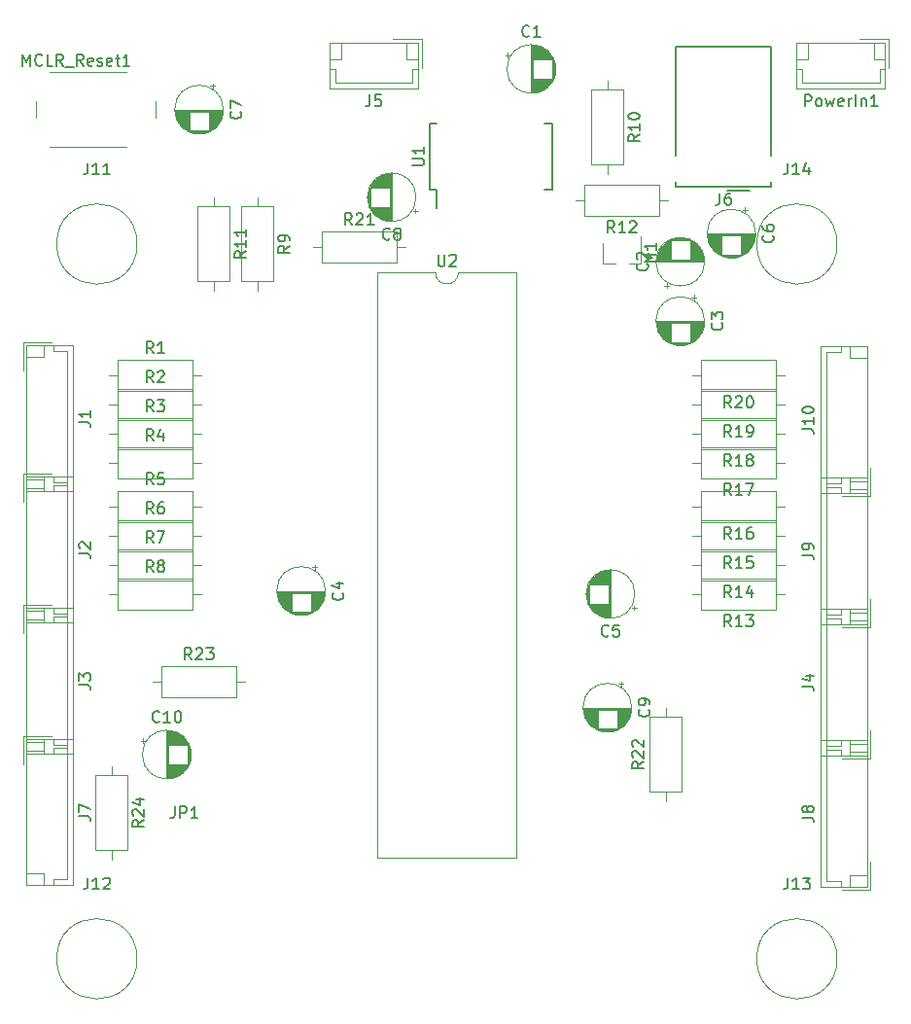
<source format=gbr>
G04 #@! TF.GenerationSoftware,KiCad,Pcbnew,5.1.0-060a0da~80~ubuntu16.04.1*
G04 #@! TF.CreationDate,2019-03-26T00:44:10-06:00*
G04 #@! TF.ProjectId,ARES_PCB_1,41524553-5f50-4434-925f-312e6b696361,rev?*
G04 #@! TF.SameCoordinates,Original*
G04 #@! TF.FileFunction,Legend,Top*
G04 #@! TF.FilePolarity,Positive*
%FSLAX46Y46*%
G04 Gerber Fmt 4.6, Leading zero omitted, Abs format (unit mm)*
G04 Created by KiCad (PCBNEW 5.1.0-060a0da~80~ubuntu16.04.1) date 2019-03-26 00:44:10*
%MOMM*%
%LPD*%
G04 APERTURE LIST*
%ADD10C,0.120000*%
%ADD11C,0.150000*%
G04 APERTURE END LIST*
D10*
X134310000Y-49530000D02*
G75*
G03X134310000Y-49530000I-3500000J0D01*
G01*
X134310000Y-111760000D02*
G75*
G03X134310000Y-111760000I-3500000J0D01*
G01*
X73350000Y-111760000D02*
G75*
G03X73350000Y-111760000I-3500000J0D01*
G01*
X73350000Y-49530000D02*
G75*
G03X73350000Y-49530000I-3500000J0D01*
G01*
X74930000Y-38560000D02*
X74930000Y-37060000D01*
X72390000Y-34560000D02*
X65770000Y-34560000D01*
X64520000Y-37060000D02*
X64520000Y-38560000D01*
X65770000Y-41060000D02*
X72390000Y-41060000D01*
X72490000Y-95790000D02*
X69750000Y-95790000D01*
X69750000Y-95790000D02*
X69750000Y-102330000D01*
X69750000Y-102330000D02*
X72490000Y-102330000D01*
X72490000Y-102330000D02*
X72490000Y-95790000D01*
X71120000Y-95020000D02*
X71120000Y-95790000D01*
X71120000Y-103100000D02*
X71120000Y-102330000D01*
X82780000Y-87630000D02*
X82010000Y-87630000D01*
X74700000Y-87630000D02*
X75470000Y-87630000D01*
X82010000Y-86260000D02*
X75470000Y-86260000D01*
X82010000Y-89000000D02*
X82010000Y-86260000D01*
X75470000Y-89000000D02*
X82010000Y-89000000D01*
X75470000Y-86260000D02*
X75470000Y-89000000D01*
X119380000Y-89940000D02*
X119380000Y-90710000D01*
X119380000Y-98020000D02*
X119380000Y-97250000D01*
X118010000Y-90710000D02*
X118010000Y-97250000D01*
X120750000Y-90710000D02*
X118010000Y-90710000D01*
X120750000Y-97250000D02*
X120750000Y-90710000D01*
X118010000Y-97250000D02*
X120750000Y-97250000D01*
X96750000Y-49784000D02*
X95980000Y-49784000D01*
X88670000Y-49784000D02*
X89440000Y-49784000D01*
X95980000Y-48414000D02*
X89440000Y-48414000D01*
X95980000Y-51154000D02*
X95980000Y-48414000D01*
X89440000Y-51154000D02*
X95980000Y-51154000D01*
X89440000Y-48414000D02*
X89440000Y-51154000D01*
X138800000Y-31680000D02*
X136300000Y-31680000D01*
X138800000Y-34180000D02*
X138800000Y-31680000D01*
X131780000Y-33480000D02*
X131780000Y-31980000D01*
X130780000Y-33480000D02*
X131780000Y-33480000D01*
X137500000Y-33480000D02*
X137500000Y-31980000D01*
X138500000Y-33480000D02*
X137500000Y-33480000D01*
X131280000Y-34290000D02*
X130780000Y-34290000D01*
X131280000Y-35500000D02*
X131280000Y-34290000D01*
X138000000Y-35500000D02*
X131280000Y-35500000D01*
X138000000Y-34290000D02*
X138000000Y-35500000D01*
X138500000Y-34290000D02*
X138000000Y-34290000D01*
X130780000Y-36000000D02*
X138500000Y-36000000D01*
X130780000Y-31980000D02*
X130780000Y-36000000D01*
X138500000Y-31980000D02*
X130780000Y-31980000D01*
X138500000Y-36000000D02*
X138500000Y-31980000D01*
X137230000Y-71490000D02*
X137230000Y-68990000D01*
X134730000Y-71490000D02*
X137230000Y-71490000D01*
X135430000Y-59470000D02*
X136930000Y-59470000D01*
X135430000Y-58470000D02*
X135430000Y-59470000D01*
X135430000Y-70190000D02*
X136930000Y-70190000D01*
X135430000Y-71190000D02*
X135430000Y-70190000D01*
X134620000Y-58970000D02*
X134620000Y-58470000D01*
X133410000Y-58970000D02*
X134620000Y-58970000D01*
X133410000Y-70690000D02*
X133410000Y-58970000D01*
X134620000Y-70690000D02*
X133410000Y-70690000D01*
X134620000Y-71190000D02*
X134620000Y-70690000D01*
X132910000Y-58470000D02*
X132910000Y-71190000D01*
X136930000Y-58470000D02*
X132910000Y-58470000D01*
X136930000Y-71190000D02*
X136930000Y-58470000D01*
X132910000Y-71190000D02*
X136930000Y-71190000D01*
X137230000Y-82920000D02*
X137230000Y-80420000D01*
X134730000Y-82920000D02*
X137230000Y-82920000D01*
X135430000Y-70900000D02*
X136930000Y-70900000D01*
X135430000Y-69900000D02*
X135430000Y-70900000D01*
X135430000Y-81620000D02*
X136930000Y-81620000D01*
X135430000Y-82620000D02*
X135430000Y-81620000D01*
X134620000Y-70400000D02*
X134620000Y-69900000D01*
X133410000Y-70400000D02*
X134620000Y-70400000D01*
X133410000Y-82120000D02*
X133410000Y-70400000D01*
X134620000Y-82120000D02*
X133410000Y-82120000D01*
X134620000Y-82620000D02*
X134620000Y-82120000D01*
X132910000Y-69900000D02*
X132910000Y-82620000D01*
X136930000Y-69900000D02*
X132910000Y-69900000D01*
X136930000Y-82620000D02*
X136930000Y-69900000D01*
X132910000Y-82620000D02*
X136930000Y-82620000D01*
X132910000Y-105480000D02*
X136930000Y-105480000D01*
X136930000Y-105480000D02*
X136930000Y-92760000D01*
X136930000Y-92760000D02*
X132910000Y-92760000D01*
X132910000Y-92760000D02*
X132910000Y-105480000D01*
X134620000Y-105480000D02*
X134620000Y-104980000D01*
X134620000Y-104980000D02*
X133410000Y-104980000D01*
X133410000Y-104980000D02*
X133410000Y-93260000D01*
X133410000Y-93260000D02*
X134620000Y-93260000D01*
X134620000Y-93260000D02*
X134620000Y-92760000D01*
X135430000Y-105480000D02*
X135430000Y-104480000D01*
X135430000Y-104480000D02*
X136930000Y-104480000D01*
X135430000Y-92760000D02*
X135430000Y-93760000D01*
X135430000Y-93760000D02*
X136930000Y-93760000D01*
X134730000Y-105780000D02*
X137230000Y-105780000D01*
X137230000Y-105780000D02*
X137230000Y-103280000D01*
X63430000Y-92340000D02*
X63430000Y-94840000D01*
X65930000Y-92340000D02*
X63430000Y-92340000D01*
X65230000Y-104360000D02*
X63730000Y-104360000D01*
X65230000Y-105360000D02*
X65230000Y-104360000D01*
X65230000Y-93640000D02*
X63730000Y-93640000D01*
X65230000Y-92640000D02*
X65230000Y-93640000D01*
X66040000Y-104860000D02*
X66040000Y-105360000D01*
X67250000Y-104860000D02*
X66040000Y-104860000D01*
X67250000Y-93140000D02*
X67250000Y-104860000D01*
X66040000Y-93140000D02*
X67250000Y-93140000D01*
X66040000Y-92640000D02*
X66040000Y-93140000D01*
X67750000Y-105360000D02*
X67750000Y-92640000D01*
X63730000Y-105360000D02*
X67750000Y-105360000D01*
X63730000Y-92640000D02*
X63730000Y-105360000D01*
X67750000Y-92640000D02*
X63730000Y-92640000D01*
X98120000Y-31680000D02*
X95620000Y-31680000D01*
X98120000Y-34180000D02*
X98120000Y-31680000D01*
X91100000Y-33480000D02*
X91100000Y-31980000D01*
X90100000Y-33480000D02*
X91100000Y-33480000D01*
X96820000Y-33480000D02*
X96820000Y-31980000D01*
X97820000Y-33480000D02*
X96820000Y-33480000D01*
X90600000Y-34290000D02*
X90100000Y-34290000D01*
X90600000Y-35500000D02*
X90600000Y-34290000D01*
X97320000Y-35500000D02*
X90600000Y-35500000D01*
X97320000Y-34290000D02*
X97320000Y-35500000D01*
X97820000Y-34290000D02*
X97320000Y-34290000D01*
X90100000Y-36000000D02*
X97820000Y-36000000D01*
X90100000Y-31980000D02*
X90100000Y-36000000D01*
X97820000Y-31980000D02*
X90100000Y-31980000D01*
X97820000Y-36000000D02*
X97820000Y-31980000D01*
X137230000Y-94350000D02*
X137230000Y-91850000D01*
X134730000Y-94350000D02*
X137230000Y-94350000D01*
X135430000Y-82330000D02*
X136930000Y-82330000D01*
X135430000Y-81330000D02*
X135430000Y-82330000D01*
X135430000Y-93050000D02*
X136930000Y-93050000D01*
X135430000Y-94050000D02*
X135430000Y-93050000D01*
X134620000Y-81830000D02*
X134620000Y-81330000D01*
X133410000Y-81830000D02*
X134620000Y-81830000D01*
X133410000Y-93550000D02*
X133410000Y-81830000D01*
X134620000Y-93550000D02*
X133410000Y-93550000D01*
X134620000Y-94050000D02*
X134620000Y-93550000D01*
X132910000Y-81330000D02*
X132910000Y-94050000D01*
X136930000Y-81330000D02*
X132910000Y-81330000D01*
X136930000Y-94050000D02*
X136930000Y-81330000D01*
X132910000Y-94050000D02*
X136930000Y-94050000D01*
X63430000Y-80910000D02*
X63430000Y-83410000D01*
X65930000Y-80910000D02*
X63430000Y-80910000D01*
X65230000Y-92930000D02*
X63730000Y-92930000D01*
X65230000Y-93930000D02*
X65230000Y-92930000D01*
X65230000Y-82210000D02*
X63730000Y-82210000D01*
X65230000Y-81210000D02*
X65230000Y-82210000D01*
X66040000Y-93430000D02*
X66040000Y-93930000D01*
X67250000Y-93430000D02*
X66040000Y-93430000D01*
X67250000Y-81710000D02*
X67250000Y-93430000D01*
X66040000Y-81710000D02*
X67250000Y-81710000D01*
X66040000Y-81210000D02*
X66040000Y-81710000D01*
X67750000Y-93930000D02*
X67750000Y-81210000D01*
X63730000Y-93930000D02*
X67750000Y-93930000D01*
X63730000Y-81210000D02*
X63730000Y-93930000D01*
X67750000Y-81210000D02*
X63730000Y-81210000D01*
X63430000Y-69480000D02*
X63430000Y-71980000D01*
X65930000Y-69480000D02*
X63430000Y-69480000D01*
X65230000Y-81500000D02*
X63730000Y-81500000D01*
X65230000Y-82500000D02*
X65230000Y-81500000D01*
X65230000Y-70780000D02*
X63730000Y-70780000D01*
X65230000Y-69780000D02*
X65230000Y-70780000D01*
X66040000Y-82000000D02*
X66040000Y-82500000D01*
X67250000Y-82000000D02*
X66040000Y-82000000D01*
X67250000Y-70280000D02*
X67250000Y-82000000D01*
X66040000Y-70280000D02*
X67250000Y-70280000D01*
X66040000Y-69780000D02*
X66040000Y-70280000D01*
X67750000Y-82500000D02*
X67750000Y-69780000D01*
X63730000Y-82500000D02*
X67750000Y-82500000D01*
X63730000Y-69780000D02*
X63730000Y-82500000D01*
X67750000Y-69780000D02*
X63730000Y-69780000D01*
X63430000Y-58050000D02*
X63430000Y-60550000D01*
X65930000Y-58050000D02*
X63430000Y-58050000D01*
X65230000Y-70070000D02*
X63730000Y-70070000D01*
X65230000Y-71070000D02*
X65230000Y-70070000D01*
X65230000Y-59350000D02*
X63730000Y-59350000D01*
X65230000Y-58350000D02*
X65230000Y-59350000D01*
X66040000Y-70570000D02*
X66040000Y-71070000D01*
X67250000Y-70570000D02*
X66040000Y-70570000D01*
X67250000Y-58850000D02*
X67250000Y-70570000D01*
X66040000Y-58850000D02*
X67250000Y-58850000D01*
X66040000Y-58350000D02*
X66040000Y-58850000D01*
X67750000Y-71070000D02*
X67750000Y-58350000D01*
X63730000Y-71070000D02*
X67750000Y-71070000D01*
X63730000Y-58350000D02*
X63730000Y-71070000D01*
X67750000Y-58350000D02*
X63730000Y-58350000D01*
X73860199Y-92585000D02*
X73860199Y-92985000D01*
X73660199Y-92785000D02*
X74060199Y-92785000D01*
X78011000Y-93610000D02*
X78011000Y-94350000D01*
X77971000Y-93443000D02*
X77971000Y-94517000D01*
X77931000Y-93316000D02*
X77931000Y-94644000D01*
X77891000Y-93212000D02*
X77891000Y-94748000D01*
X77851000Y-93121000D02*
X77851000Y-94839000D01*
X77811000Y-93040000D02*
X77811000Y-94920000D01*
X77771000Y-92967000D02*
X77771000Y-94993000D01*
X77731000Y-94820000D02*
X77731000Y-95060000D01*
X77731000Y-92900000D02*
X77731000Y-93140000D01*
X77691000Y-94820000D02*
X77691000Y-95122000D01*
X77691000Y-92838000D02*
X77691000Y-93140000D01*
X77651000Y-94820000D02*
X77651000Y-95180000D01*
X77651000Y-92780000D02*
X77651000Y-93140000D01*
X77611000Y-94820000D02*
X77611000Y-95234000D01*
X77611000Y-92726000D02*
X77611000Y-93140000D01*
X77571000Y-94820000D02*
X77571000Y-95284000D01*
X77571000Y-92676000D02*
X77571000Y-93140000D01*
X77531000Y-94820000D02*
X77531000Y-95331000D01*
X77531000Y-92629000D02*
X77531000Y-93140000D01*
X77491000Y-94820000D02*
X77491000Y-95376000D01*
X77491000Y-92584000D02*
X77491000Y-93140000D01*
X77451000Y-94820000D02*
X77451000Y-95418000D01*
X77451000Y-92542000D02*
X77451000Y-93140000D01*
X77411000Y-94820000D02*
X77411000Y-95458000D01*
X77411000Y-92502000D02*
X77411000Y-93140000D01*
X77371000Y-94820000D02*
X77371000Y-95496000D01*
X77371000Y-92464000D02*
X77371000Y-93140000D01*
X77331000Y-94820000D02*
X77331000Y-95532000D01*
X77331000Y-92428000D02*
X77331000Y-93140000D01*
X77291000Y-94820000D02*
X77291000Y-95567000D01*
X77291000Y-92393000D02*
X77291000Y-93140000D01*
X77251000Y-94820000D02*
X77251000Y-95599000D01*
X77251000Y-92361000D02*
X77251000Y-93140000D01*
X77211000Y-94820000D02*
X77211000Y-95630000D01*
X77211000Y-92330000D02*
X77211000Y-93140000D01*
X77171000Y-94820000D02*
X77171000Y-95660000D01*
X77171000Y-92300000D02*
X77171000Y-93140000D01*
X77131000Y-94820000D02*
X77131000Y-95688000D01*
X77131000Y-92272000D02*
X77131000Y-93140000D01*
X77091000Y-94820000D02*
X77091000Y-95715000D01*
X77091000Y-92245000D02*
X77091000Y-93140000D01*
X77051000Y-94820000D02*
X77051000Y-95740000D01*
X77051000Y-92220000D02*
X77051000Y-93140000D01*
X77011000Y-94820000D02*
X77011000Y-95765000D01*
X77011000Y-92195000D02*
X77011000Y-93140000D01*
X76971000Y-94820000D02*
X76971000Y-95788000D01*
X76971000Y-92172000D02*
X76971000Y-93140000D01*
X76931000Y-94820000D02*
X76931000Y-95810000D01*
X76931000Y-92150000D02*
X76931000Y-93140000D01*
X76891000Y-94820000D02*
X76891000Y-95831000D01*
X76891000Y-92129000D02*
X76891000Y-93140000D01*
X76851000Y-94820000D02*
X76851000Y-95850000D01*
X76851000Y-92110000D02*
X76851000Y-93140000D01*
X76811000Y-94820000D02*
X76811000Y-95869000D01*
X76811000Y-92091000D02*
X76811000Y-93140000D01*
X76771000Y-94820000D02*
X76771000Y-95887000D01*
X76771000Y-92073000D02*
X76771000Y-93140000D01*
X76731000Y-94820000D02*
X76731000Y-95904000D01*
X76731000Y-92056000D02*
X76731000Y-93140000D01*
X76691000Y-94820000D02*
X76691000Y-95920000D01*
X76691000Y-92040000D02*
X76691000Y-93140000D01*
X76651000Y-94820000D02*
X76651000Y-95934000D01*
X76651000Y-92026000D02*
X76651000Y-93140000D01*
X76610000Y-94820000D02*
X76610000Y-95948000D01*
X76610000Y-92012000D02*
X76610000Y-93140000D01*
X76570000Y-94820000D02*
X76570000Y-95962000D01*
X76570000Y-91998000D02*
X76570000Y-93140000D01*
X76530000Y-94820000D02*
X76530000Y-95974000D01*
X76530000Y-91986000D02*
X76530000Y-93140000D01*
X76490000Y-94820000D02*
X76490000Y-95985000D01*
X76490000Y-91975000D02*
X76490000Y-93140000D01*
X76450000Y-94820000D02*
X76450000Y-95996000D01*
X76450000Y-91964000D02*
X76450000Y-93140000D01*
X76410000Y-94820000D02*
X76410000Y-96005000D01*
X76410000Y-91955000D02*
X76410000Y-93140000D01*
X76370000Y-94820000D02*
X76370000Y-96014000D01*
X76370000Y-91946000D02*
X76370000Y-93140000D01*
X76330000Y-94820000D02*
X76330000Y-96022000D01*
X76330000Y-91938000D02*
X76330000Y-93140000D01*
X76290000Y-94820000D02*
X76290000Y-96030000D01*
X76290000Y-91930000D02*
X76290000Y-93140000D01*
X76250000Y-94820000D02*
X76250000Y-96036000D01*
X76250000Y-91924000D02*
X76250000Y-93140000D01*
X76210000Y-94820000D02*
X76210000Y-96042000D01*
X76210000Y-91918000D02*
X76210000Y-93140000D01*
X76170000Y-94820000D02*
X76170000Y-96047000D01*
X76170000Y-91913000D02*
X76170000Y-93140000D01*
X76130000Y-94820000D02*
X76130000Y-96051000D01*
X76130000Y-91909000D02*
X76130000Y-93140000D01*
X76090000Y-91906000D02*
X76090000Y-96054000D01*
X76050000Y-91903000D02*
X76050000Y-96057000D01*
X76010000Y-91901000D02*
X76010000Y-96059000D01*
X75970000Y-91900000D02*
X75970000Y-96060000D01*
X75930000Y-91900000D02*
X75930000Y-96060000D01*
X78050000Y-93980000D02*
G75*
G03X78050000Y-93980000I-2120000J0D01*
G01*
X115695000Y-87830199D02*
X115295000Y-87830199D01*
X115495000Y-87630199D02*
X115495000Y-88030199D01*
X114670000Y-91981000D02*
X113930000Y-91981000D01*
X114837000Y-91941000D02*
X113763000Y-91941000D01*
X114964000Y-91901000D02*
X113636000Y-91901000D01*
X115068000Y-91861000D02*
X113532000Y-91861000D01*
X115159000Y-91821000D02*
X113441000Y-91821000D01*
X115240000Y-91781000D02*
X113360000Y-91781000D01*
X115313000Y-91741000D02*
X113287000Y-91741000D01*
X113460000Y-91701000D02*
X113220000Y-91701000D01*
X115380000Y-91701000D02*
X115140000Y-91701000D01*
X113460000Y-91661000D02*
X113158000Y-91661000D01*
X115442000Y-91661000D02*
X115140000Y-91661000D01*
X113460000Y-91621000D02*
X113100000Y-91621000D01*
X115500000Y-91621000D02*
X115140000Y-91621000D01*
X113460000Y-91581000D02*
X113046000Y-91581000D01*
X115554000Y-91581000D02*
X115140000Y-91581000D01*
X113460000Y-91541000D02*
X112996000Y-91541000D01*
X115604000Y-91541000D02*
X115140000Y-91541000D01*
X113460000Y-91501000D02*
X112949000Y-91501000D01*
X115651000Y-91501000D02*
X115140000Y-91501000D01*
X113460000Y-91461000D02*
X112904000Y-91461000D01*
X115696000Y-91461000D02*
X115140000Y-91461000D01*
X113460000Y-91421000D02*
X112862000Y-91421000D01*
X115738000Y-91421000D02*
X115140000Y-91421000D01*
X113460000Y-91381000D02*
X112822000Y-91381000D01*
X115778000Y-91381000D02*
X115140000Y-91381000D01*
X113460000Y-91341000D02*
X112784000Y-91341000D01*
X115816000Y-91341000D02*
X115140000Y-91341000D01*
X113460000Y-91301000D02*
X112748000Y-91301000D01*
X115852000Y-91301000D02*
X115140000Y-91301000D01*
X113460000Y-91261000D02*
X112713000Y-91261000D01*
X115887000Y-91261000D02*
X115140000Y-91261000D01*
X113460000Y-91221000D02*
X112681000Y-91221000D01*
X115919000Y-91221000D02*
X115140000Y-91221000D01*
X113460000Y-91181000D02*
X112650000Y-91181000D01*
X115950000Y-91181000D02*
X115140000Y-91181000D01*
X113460000Y-91141000D02*
X112620000Y-91141000D01*
X115980000Y-91141000D02*
X115140000Y-91141000D01*
X113460000Y-91101000D02*
X112592000Y-91101000D01*
X116008000Y-91101000D02*
X115140000Y-91101000D01*
X113460000Y-91061000D02*
X112565000Y-91061000D01*
X116035000Y-91061000D02*
X115140000Y-91061000D01*
X113460000Y-91021000D02*
X112540000Y-91021000D01*
X116060000Y-91021000D02*
X115140000Y-91021000D01*
X113460000Y-90981000D02*
X112515000Y-90981000D01*
X116085000Y-90981000D02*
X115140000Y-90981000D01*
X113460000Y-90941000D02*
X112492000Y-90941000D01*
X116108000Y-90941000D02*
X115140000Y-90941000D01*
X113460000Y-90901000D02*
X112470000Y-90901000D01*
X116130000Y-90901000D02*
X115140000Y-90901000D01*
X113460000Y-90861000D02*
X112449000Y-90861000D01*
X116151000Y-90861000D02*
X115140000Y-90861000D01*
X113460000Y-90821000D02*
X112430000Y-90821000D01*
X116170000Y-90821000D02*
X115140000Y-90821000D01*
X113460000Y-90781000D02*
X112411000Y-90781000D01*
X116189000Y-90781000D02*
X115140000Y-90781000D01*
X113460000Y-90741000D02*
X112393000Y-90741000D01*
X116207000Y-90741000D02*
X115140000Y-90741000D01*
X113460000Y-90701000D02*
X112376000Y-90701000D01*
X116224000Y-90701000D02*
X115140000Y-90701000D01*
X113460000Y-90661000D02*
X112360000Y-90661000D01*
X116240000Y-90661000D02*
X115140000Y-90661000D01*
X113460000Y-90621000D02*
X112346000Y-90621000D01*
X116254000Y-90621000D02*
X115140000Y-90621000D01*
X113460000Y-90580000D02*
X112332000Y-90580000D01*
X116268000Y-90580000D02*
X115140000Y-90580000D01*
X113460000Y-90540000D02*
X112318000Y-90540000D01*
X116282000Y-90540000D02*
X115140000Y-90540000D01*
X113460000Y-90500000D02*
X112306000Y-90500000D01*
X116294000Y-90500000D02*
X115140000Y-90500000D01*
X113460000Y-90460000D02*
X112295000Y-90460000D01*
X116305000Y-90460000D02*
X115140000Y-90460000D01*
X113460000Y-90420000D02*
X112284000Y-90420000D01*
X116316000Y-90420000D02*
X115140000Y-90420000D01*
X113460000Y-90380000D02*
X112275000Y-90380000D01*
X116325000Y-90380000D02*
X115140000Y-90380000D01*
X113460000Y-90340000D02*
X112266000Y-90340000D01*
X116334000Y-90340000D02*
X115140000Y-90340000D01*
X113460000Y-90300000D02*
X112258000Y-90300000D01*
X116342000Y-90300000D02*
X115140000Y-90300000D01*
X113460000Y-90260000D02*
X112250000Y-90260000D01*
X116350000Y-90260000D02*
X115140000Y-90260000D01*
X113460000Y-90220000D02*
X112244000Y-90220000D01*
X116356000Y-90220000D02*
X115140000Y-90220000D01*
X113460000Y-90180000D02*
X112238000Y-90180000D01*
X116362000Y-90180000D02*
X115140000Y-90180000D01*
X113460000Y-90140000D02*
X112233000Y-90140000D01*
X116367000Y-90140000D02*
X115140000Y-90140000D01*
X113460000Y-90100000D02*
X112229000Y-90100000D01*
X116371000Y-90100000D02*
X115140000Y-90100000D01*
X116374000Y-90060000D02*
X112226000Y-90060000D01*
X116377000Y-90020000D02*
X112223000Y-90020000D01*
X116379000Y-89980000D02*
X112221000Y-89980000D01*
X116380000Y-89940000D02*
X112220000Y-89940000D01*
X116380000Y-89900000D02*
X112220000Y-89900000D01*
X116420000Y-89900000D02*
G75*
G03X116420000Y-89900000I-2120000J0D01*
G01*
X97589801Y-46861000D02*
X97589801Y-46461000D01*
X97789801Y-46661000D02*
X97389801Y-46661000D01*
X93439000Y-45836000D02*
X93439000Y-45096000D01*
X93479000Y-46003000D02*
X93479000Y-44929000D01*
X93519000Y-46130000D02*
X93519000Y-44802000D01*
X93559000Y-46234000D02*
X93559000Y-44698000D01*
X93599000Y-46325000D02*
X93599000Y-44607000D01*
X93639000Y-46406000D02*
X93639000Y-44526000D01*
X93679000Y-46479000D02*
X93679000Y-44453000D01*
X93719000Y-44626000D02*
X93719000Y-44386000D01*
X93719000Y-46546000D02*
X93719000Y-46306000D01*
X93759000Y-44626000D02*
X93759000Y-44324000D01*
X93759000Y-46608000D02*
X93759000Y-46306000D01*
X93799000Y-44626000D02*
X93799000Y-44266000D01*
X93799000Y-46666000D02*
X93799000Y-46306000D01*
X93839000Y-44626000D02*
X93839000Y-44212000D01*
X93839000Y-46720000D02*
X93839000Y-46306000D01*
X93879000Y-44626000D02*
X93879000Y-44162000D01*
X93879000Y-46770000D02*
X93879000Y-46306000D01*
X93919000Y-44626000D02*
X93919000Y-44115000D01*
X93919000Y-46817000D02*
X93919000Y-46306000D01*
X93959000Y-44626000D02*
X93959000Y-44070000D01*
X93959000Y-46862000D02*
X93959000Y-46306000D01*
X93999000Y-44626000D02*
X93999000Y-44028000D01*
X93999000Y-46904000D02*
X93999000Y-46306000D01*
X94039000Y-44626000D02*
X94039000Y-43988000D01*
X94039000Y-46944000D02*
X94039000Y-46306000D01*
X94079000Y-44626000D02*
X94079000Y-43950000D01*
X94079000Y-46982000D02*
X94079000Y-46306000D01*
X94119000Y-44626000D02*
X94119000Y-43914000D01*
X94119000Y-47018000D02*
X94119000Y-46306000D01*
X94159000Y-44626000D02*
X94159000Y-43879000D01*
X94159000Y-47053000D02*
X94159000Y-46306000D01*
X94199000Y-44626000D02*
X94199000Y-43847000D01*
X94199000Y-47085000D02*
X94199000Y-46306000D01*
X94239000Y-44626000D02*
X94239000Y-43816000D01*
X94239000Y-47116000D02*
X94239000Y-46306000D01*
X94279000Y-44626000D02*
X94279000Y-43786000D01*
X94279000Y-47146000D02*
X94279000Y-46306000D01*
X94319000Y-44626000D02*
X94319000Y-43758000D01*
X94319000Y-47174000D02*
X94319000Y-46306000D01*
X94359000Y-44626000D02*
X94359000Y-43731000D01*
X94359000Y-47201000D02*
X94359000Y-46306000D01*
X94399000Y-44626000D02*
X94399000Y-43706000D01*
X94399000Y-47226000D02*
X94399000Y-46306000D01*
X94439000Y-44626000D02*
X94439000Y-43681000D01*
X94439000Y-47251000D02*
X94439000Y-46306000D01*
X94479000Y-44626000D02*
X94479000Y-43658000D01*
X94479000Y-47274000D02*
X94479000Y-46306000D01*
X94519000Y-44626000D02*
X94519000Y-43636000D01*
X94519000Y-47296000D02*
X94519000Y-46306000D01*
X94559000Y-44626000D02*
X94559000Y-43615000D01*
X94559000Y-47317000D02*
X94559000Y-46306000D01*
X94599000Y-44626000D02*
X94599000Y-43596000D01*
X94599000Y-47336000D02*
X94599000Y-46306000D01*
X94639000Y-44626000D02*
X94639000Y-43577000D01*
X94639000Y-47355000D02*
X94639000Y-46306000D01*
X94679000Y-44626000D02*
X94679000Y-43559000D01*
X94679000Y-47373000D02*
X94679000Y-46306000D01*
X94719000Y-44626000D02*
X94719000Y-43542000D01*
X94719000Y-47390000D02*
X94719000Y-46306000D01*
X94759000Y-44626000D02*
X94759000Y-43526000D01*
X94759000Y-47406000D02*
X94759000Y-46306000D01*
X94799000Y-44626000D02*
X94799000Y-43512000D01*
X94799000Y-47420000D02*
X94799000Y-46306000D01*
X94840000Y-44626000D02*
X94840000Y-43498000D01*
X94840000Y-47434000D02*
X94840000Y-46306000D01*
X94880000Y-44626000D02*
X94880000Y-43484000D01*
X94880000Y-47448000D02*
X94880000Y-46306000D01*
X94920000Y-44626000D02*
X94920000Y-43472000D01*
X94920000Y-47460000D02*
X94920000Y-46306000D01*
X94960000Y-44626000D02*
X94960000Y-43461000D01*
X94960000Y-47471000D02*
X94960000Y-46306000D01*
X95000000Y-44626000D02*
X95000000Y-43450000D01*
X95000000Y-47482000D02*
X95000000Y-46306000D01*
X95040000Y-44626000D02*
X95040000Y-43441000D01*
X95040000Y-47491000D02*
X95040000Y-46306000D01*
X95080000Y-44626000D02*
X95080000Y-43432000D01*
X95080000Y-47500000D02*
X95080000Y-46306000D01*
X95120000Y-44626000D02*
X95120000Y-43424000D01*
X95120000Y-47508000D02*
X95120000Y-46306000D01*
X95160000Y-44626000D02*
X95160000Y-43416000D01*
X95160000Y-47516000D02*
X95160000Y-46306000D01*
X95200000Y-44626000D02*
X95200000Y-43410000D01*
X95200000Y-47522000D02*
X95200000Y-46306000D01*
X95240000Y-44626000D02*
X95240000Y-43404000D01*
X95240000Y-47528000D02*
X95240000Y-46306000D01*
X95280000Y-44626000D02*
X95280000Y-43399000D01*
X95280000Y-47533000D02*
X95280000Y-46306000D01*
X95320000Y-44626000D02*
X95320000Y-43395000D01*
X95320000Y-47537000D02*
X95320000Y-46306000D01*
X95360000Y-47540000D02*
X95360000Y-43392000D01*
X95400000Y-47543000D02*
X95400000Y-43389000D01*
X95440000Y-47545000D02*
X95440000Y-43387000D01*
X95480000Y-47546000D02*
X95480000Y-43386000D01*
X95520000Y-47546000D02*
X95520000Y-43386000D01*
X97640000Y-45466000D02*
G75*
G03X97640000Y-45466000I-2120000J0D01*
G01*
X80135000Y-35760199D02*
X79735000Y-35760199D01*
X79935000Y-35560199D02*
X79935000Y-35960199D01*
X79110000Y-39911000D02*
X78370000Y-39911000D01*
X79277000Y-39871000D02*
X78203000Y-39871000D01*
X79404000Y-39831000D02*
X78076000Y-39831000D01*
X79508000Y-39791000D02*
X77972000Y-39791000D01*
X79599000Y-39751000D02*
X77881000Y-39751000D01*
X79680000Y-39711000D02*
X77800000Y-39711000D01*
X79753000Y-39671000D02*
X77727000Y-39671000D01*
X77900000Y-39631000D02*
X77660000Y-39631000D01*
X79820000Y-39631000D02*
X79580000Y-39631000D01*
X77900000Y-39591000D02*
X77598000Y-39591000D01*
X79882000Y-39591000D02*
X79580000Y-39591000D01*
X77900000Y-39551000D02*
X77540000Y-39551000D01*
X79940000Y-39551000D02*
X79580000Y-39551000D01*
X77900000Y-39511000D02*
X77486000Y-39511000D01*
X79994000Y-39511000D02*
X79580000Y-39511000D01*
X77900000Y-39471000D02*
X77436000Y-39471000D01*
X80044000Y-39471000D02*
X79580000Y-39471000D01*
X77900000Y-39431000D02*
X77389000Y-39431000D01*
X80091000Y-39431000D02*
X79580000Y-39431000D01*
X77900000Y-39391000D02*
X77344000Y-39391000D01*
X80136000Y-39391000D02*
X79580000Y-39391000D01*
X77900000Y-39351000D02*
X77302000Y-39351000D01*
X80178000Y-39351000D02*
X79580000Y-39351000D01*
X77900000Y-39311000D02*
X77262000Y-39311000D01*
X80218000Y-39311000D02*
X79580000Y-39311000D01*
X77900000Y-39271000D02*
X77224000Y-39271000D01*
X80256000Y-39271000D02*
X79580000Y-39271000D01*
X77900000Y-39231000D02*
X77188000Y-39231000D01*
X80292000Y-39231000D02*
X79580000Y-39231000D01*
X77900000Y-39191000D02*
X77153000Y-39191000D01*
X80327000Y-39191000D02*
X79580000Y-39191000D01*
X77900000Y-39151000D02*
X77121000Y-39151000D01*
X80359000Y-39151000D02*
X79580000Y-39151000D01*
X77900000Y-39111000D02*
X77090000Y-39111000D01*
X80390000Y-39111000D02*
X79580000Y-39111000D01*
X77900000Y-39071000D02*
X77060000Y-39071000D01*
X80420000Y-39071000D02*
X79580000Y-39071000D01*
X77900000Y-39031000D02*
X77032000Y-39031000D01*
X80448000Y-39031000D02*
X79580000Y-39031000D01*
X77900000Y-38991000D02*
X77005000Y-38991000D01*
X80475000Y-38991000D02*
X79580000Y-38991000D01*
X77900000Y-38951000D02*
X76980000Y-38951000D01*
X80500000Y-38951000D02*
X79580000Y-38951000D01*
X77900000Y-38911000D02*
X76955000Y-38911000D01*
X80525000Y-38911000D02*
X79580000Y-38911000D01*
X77900000Y-38871000D02*
X76932000Y-38871000D01*
X80548000Y-38871000D02*
X79580000Y-38871000D01*
X77900000Y-38831000D02*
X76910000Y-38831000D01*
X80570000Y-38831000D02*
X79580000Y-38831000D01*
X77900000Y-38791000D02*
X76889000Y-38791000D01*
X80591000Y-38791000D02*
X79580000Y-38791000D01*
X77900000Y-38751000D02*
X76870000Y-38751000D01*
X80610000Y-38751000D02*
X79580000Y-38751000D01*
X77900000Y-38711000D02*
X76851000Y-38711000D01*
X80629000Y-38711000D02*
X79580000Y-38711000D01*
X77900000Y-38671000D02*
X76833000Y-38671000D01*
X80647000Y-38671000D02*
X79580000Y-38671000D01*
X77900000Y-38631000D02*
X76816000Y-38631000D01*
X80664000Y-38631000D02*
X79580000Y-38631000D01*
X77900000Y-38591000D02*
X76800000Y-38591000D01*
X80680000Y-38591000D02*
X79580000Y-38591000D01*
X77900000Y-38551000D02*
X76786000Y-38551000D01*
X80694000Y-38551000D02*
X79580000Y-38551000D01*
X77900000Y-38510000D02*
X76772000Y-38510000D01*
X80708000Y-38510000D02*
X79580000Y-38510000D01*
X77900000Y-38470000D02*
X76758000Y-38470000D01*
X80722000Y-38470000D02*
X79580000Y-38470000D01*
X77900000Y-38430000D02*
X76746000Y-38430000D01*
X80734000Y-38430000D02*
X79580000Y-38430000D01*
X77900000Y-38390000D02*
X76735000Y-38390000D01*
X80745000Y-38390000D02*
X79580000Y-38390000D01*
X77900000Y-38350000D02*
X76724000Y-38350000D01*
X80756000Y-38350000D02*
X79580000Y-38350000D01*
X77900000Y-38310000D02*
X76715000Y-38310000D01*
X80765000Y-38310000D02*
X79580000Y-38310000D01*
X77900000Y-38270000D02*
X76706000Y-38270000D01*
X80774000Y-38270000D02*
X79580000Y-38270000D01*
X77900000Y-38230000D02*
X76698000Y-38230000D01*
X80782000Y-38230000D02*
X79580000Y-38230000D01*
X77900000Y-38190000D02*
X76690000Y-38190000D01*
X80790000Y-38190000D02*
X79580000Y-38190000D01*
X77900000Y-38150000D02*
X76684000Y-38150000D01*
X80796000Y-38150000D02*
X79580000Y-38150000D01*
X77900000Y-38110000D02*
X76678000Y-38110000D01*
X80802000Y-38110000D02*
X79580000Y-38110000D01*
X77900000Y-38070000D02*
X76673000Y-38070000D01*
X80807000Y-38070000D02*
X79580000Y-38070000D01*
X77900000Y-38030000D02*
X76669000Y-38030000D01*
X80811000Y-38030000D02*
X79580000Y-38030000D01*
X80814000Y-37990000D02*
X76666000Y-37990000D01*
X80817000Y-37950000D02*
X76663000Y-37950000D01*
X80819000Y-37910000D02*
X76661000Y-37910000D01*
X80820000Y-37870000D02*
X76660000Y-37870000D01*
X80820000Y-37830000D02*
X76660000Y-37830000D01*
X80860000Y-37830000D02*
G75*
G03X80860000Y-37830000I-2120000J0D01*
G01*
X106390000Y-52010000D02*
X101330000Y-52010000D01*
X106390000Y-102930000D02*
X106390000Y-52010000D01*
X94270000Y-102930000D02*
X106390000Y-102930000D01*
X94270000Y-52010000D02*
X94270000Y-102930000D01*
X99330000Y-52010000D02*
X94270000Y-52010000D01*
X101330000Y-52010000D02*
G75*
G02X99330000Y-52010000I-1000000J0D01*
G01*
D11*
X99390000Y-44785000D02*
X99390000Y-46385000D01*
X109465000Y-44785000D02*
X109465000Y-39035000D01*
X98815000Y-44785000D02*
X98815000Y-39035000D01*
X109465000Y-44785000D02*
X108815000Y-44785000D01*
X109465000Y-39035000D02*
X108815000Y-39035000D01*
X98815000Y-39035000D02*
X99465000Y-39035000D01*
X98815000Y-44785000D02*
X99390000Y-44785000D01*
D10*
X121690000Y-60960000D02*
X122460000Y-60960000D01*
X129770000Y-60960000D02*
X129000000Y-60960000D01*
X122460000Y-62330000D02*
X129000000Y-62330000D01*
X122460000Y-59590000D02*
X122460000Y-62330000D01*
X129000000Y-59590000D02*
X122460000Y-59590000D01*
X129000000Y-62330000D02*
X129000000Y-59590000D01*
X121690000Y-63500000D02*
X122460000Y-63500000D01*
X129770000Y-63500000D02*
X129000000Y-63500000D01*
X122460000Y-64870000D02*
X129000000Y-64870000D01*
X122460000Y-62130000D02*
X122460000Y-64870000D01*
X129000000Y-62130000D02*
X122460000Y-62130000D01*
X129000000Y-64870000D02*
X129000000Y-62130000D01*
X121690000Y-66040000D02*
X122460000Y-66040000D01*
X129770000Y-66040000D02*
X129000000Y-66040000D01*
X122460000Y-67410000D02*
X129000000Y-67410000D01*
X122460000Y-64670000D02*
X122460000Y-67410000D01*
X129000000Y-64670000D02*
X122460000Y-64670000D01*
X129000000Y-67410000D02*
X129000000Y-64670000D01*
X121690000Y-68580000D02*
X122460000Y-68580000D01*
X129770000Y-68580000D02*
X129000000Y-68580000D01*
X122460000Y-69950000D02*
X129000000Y-69950000D01*
X122460000Y-67210000D02*
X122460000Y-69950000D01*
X129000000Y-67210000D02*
X122460000Y-67210000D01*
X129000000Y-69950000D02*
X129000000Y-67210000D01*
X121690000Y-72390000D02*
X122460000Y-72390000D01*
X129770000Y-72390000D02*
X129000000Y-72390000D01*
X122460000Y-73760000D02*
X129000000Y-73760000D01*
X122460000Y-71020000D02*
X122460000Y-73760000D01*
X129000000Y-71020000D02*
X122460000Y-71020000D01*
X129000000Y-73760000D02*
X129000000Y-71020000D01*
X121690000Y-74930000D02*
X122460000Y-74930000D01*
X129770000Y-74930000D02*
X129000000Y-74930000D01*
X122460000Y-76300000D02*
X129000000Y-76300000D01*
X122460000Y-73560000D02*
X122460000Y-76300000D01*
X129000000Y-73560000D02*
X122460000Y-73560000D01*
X129000000Y-76300000D02*
X129000000Y-73560000D01*
X121690000Y-77470000D02*
X122460000Y-77470000D01*
X129770000Y-77470000D02*
X129000000Y-77470000D01*
X122460000Y-78840000D02*
X129000000Y-78840000D01*
X122460000Y-76100000D02*
X122460000Y-78840000D01*
X129000000Y-76100000D02*
X122460000Y-76100000D01*
X129000000Y-78840000D02*
X129000000Y-76100000D01*
X121690000Y-80010000D02*
X122460000Y-80010000D01*
X129770000Y-80010000D02*
X129000000Y-80010000D01*
X122460000Y-81380000D02*
X129000000Y-81380000D01*
X122460000Y-78640000D02*
X122460000Y-81380000D01*
X129000000Y-78640000D02*
X122460000Y-78640000D01*
X129000000Y-81380000D02*
X129000000Y-78640000D01*
X111530000Y-45720000D02*
X112300000Y-45720000D01*
X119610000Y-45720000D02*
X118840000Y-45720000D01*
X112300000Y-47090000D02*
X118840000Y-47090000D01*
X112300000Y-44350000D02*
X112300000Y-47090000D01*
X118840000Y-44350000D02*
X112300000Y-44350000D01*
X118840000Y-47090000D02*
X118840000Y-44350000D01*
X80010000Y-53570000D02*
X80010000Y-52800000D01*
X80010000Y-45490000D02*
X80010000Y-46260000D01*
X81380000Y-52800000D02*
X81380000Y-46260000D01*
X78640000Y-52800000D02*
X81380000Y-52800000D01*
X78640000Y-46260000D02*
X78640000Y-52800000D01*
X81380000Y-46260000D02*
X78640000Y-46260000D01*
X114300000Y-43410000D02*
X114300000Y-42640000D01*
X114300000Y-35330000D02*
X114300000Y-36100000D01*
X115670000Y-42640000D02*
X115670000Y-36100000D01*
X112930000Y-42640000D02*
X115670000Y-42640000D01*
X112930000Y-36100000D02*
X112930000Y-42640000D01*
X115670000Y-36100000D02*
X112930000Y-36100000D01*
X83820000Y-53570000D02*
X83820000Y-52800000D01*
X83820000Y-45490000D02*
X83820000Y-46260000D01*
X85190000Y-52800000D02*
X85190000Y-46260000D01*
X82450000Y-52800000D02*
X85190000Y-52800000D01*
X82450000Y-46260000D02*
X82450000Y-52800000D01*
X85190000Y-46260000D02*
X82450000Y-46260000D01*
X78970000Y-80010000D02*
X78200000Y-80010000D01*
X70890000Y-80010000D02*
X71660000Y-80010000D01*
X78200000Y-78640000D02*
X71660000Y-78640000D01*
X78200000Y-81380000D02*
X78200000Y-78640000D01*
X71660000Y-81380000D02*
X78200000Y-81380000D01*
X71660000Y-78640000D02*
X71660000Y-81380000D01*
X78970000Y-77470000D02*
X78200000Y-77470000D01*
X70890000Y-77470000D02*
X71660000Y-77470000D01*
X78200000Y-76100000D02*
X71660000Y-76100000D01*
X78200000Y-78840000D02*
X78200000Y-76100000D01*
X71660000Y-78840000D02*
X78200000Y-78840000D01*
X71660000Y-76100000D02*
X71660000Y-78840000D01*
X78970000Y-74930000D02*
X78200000Y-74930000D01*
X70890000Y-74930000D02*
X71660000Y-74930000D01*
X78200000Y-73560000D02*
X71660000Y-73560000D01*
X78200000Y-76300000D02*
X78200000Y-73560000D01*
X71660000Y-76300000D02*
X78200000Y-76300000D01*
X71660000Y-73560000D02*
X71660000Y-76300000D01*
X78970000Y-72390000D02*
X78200000Y-72390000D01*
X70890000Y-72390000D02*
X71660000Y-72390000D01*
X78200000Y-71020000D02*
X71660000Y-71020000D01*
X78200000Y-73760000D02*
X78200000Y-71020000D01*
X71660000Y-73760000D02*
X78200000Y-73760000D01*
X71660000Y-71020000D02*
X71660000Y-73760000D01*
X78970000Y-68580000D02*
X78200000Y-68580000D01*
X70890000Y-68580000D02*
X71660000Y-68580000D01*
X78200000Y-67210000D02*
X71660000Y-67210000D01*
X78200000Y-69950000D02*
X78200000Y-67210000D01*
X71660000Y-69950000D02*
X78200000Y-69950000D01*
X71660000Y-67210000D02*
X71660000Y-69950000D01*
X71660000Y-64670000D02*
X71660000Y-67410000D01*
X71660000Y-67410000D02*
X78200000Y-67410000D01*
X78200000Y-67410000D02*
X78200000Y-64670000D01*
X78200000Y-64670000D02*
X71660000Y-64670000D01*
X70890000Y-66040000D02*
X71660000Y-66040000D01*
X78970000Y-66040000D02*
X78200000Y-66040000D01*
X78970000Y-63500000D02*
X78200000Y-63500000D01*
X70890000Y-63500000D02*
X71660000Y-63500000D01*
X78200000Y-62130000D02*
X71660000Y-62130000D01*
X78200000Y-64870000D02*
X78200000Y-62130000D01*
X71660000Y-64870000D02*
X78200000Y-64870000D01*
X71660000Y-62130000D02*
X71660000Y-64870000D01*
X78970000Y-60960000D02*
X78200000Y-60960000D01*
X70890000Y-60960000D02*
X71660000Y-60960000D01*
X78200000Y-59590000D02*
X71660000Y-59590000D01*
X78200000Y-62330000D02*
X78200000Y-59590000D01*
X71660000Y-62330000D02*
X78200000Y-62330000D01*
X71660000Y-59590000D02*
X71660000Y-62330000D01*
X113920000Y-51242000D02*
X114970000Y-51242000D01*
X113920000Y-49442000D02*
X113920000Y-51242000D01*
X117220000Y-51242000D02*
X116170000Y-51242000D01*
X117220000Y-48842000D02*
X117220000Y-51242000D01*
D11*
X126730000Y-44860000D02*
X124730000Y-44860000D01*
X120280000Y-32385000D02*
X120280000Y-41835000D01*
X128580000Y-32385000D02*
X120280000Y-32385000D01*
X128580000Y-41835000D02*
X128580000Y-32385000D01*
X120280000Y-44560000D02*
X120280000Y-44085000D01*
X128580000Y-44560000D02*
X120280000Y-44560000D01*
X128580000Y-44085000D02*
X128580000Y-44560000D01*
D10*
X126490000Y-46555199D02*
X126090000Y-46555199D01*
X126290000Y-46355199D02*
X126290000Y-46755199D01*
X125465000Y-50706000D02*
X124725000Y-50706000D01*
X125632000Y-50666000D02*
X124558000Y-50666000D01*
X125759000Y-50626000D02*
X124431000Y-50626000D01*
X125863000Y-50586000D02*
X124327000Y-50586000D01*
X125954000Y-50546000D02*
X124236000Y-50546000D01*
X126035000Y-50506000D02*
X124155000Y-50506000D01*
X126108000Y-50466000D02*
X124082000Y-50466000D01*
X124255000Y-50426000D02*
X124015000Y-50426000D01*
X126175000Y-50426000D02*
X125935000Y-50426000D01*
X124255000Y-50386000D02*
X123953000Y-50386000D01*
X126237000Y-50386000D02*
X125935000Y-50386000D01*
X124255000Y-50346000D02*
X123895000Y-50346000D01*
X126295000Y-50346000D02*
X125935000Y-50346000D01*
X124255000Y-50306000D02*
X123841000Y-50306000D01*
X126349000Y-50306000D02*
X125935000Y-50306000D01*
X124255000Y-50266000D02*
X123791000Y-50266000D01*
X126399000Y-50266000D02*
X125935000Y-50266000D01*
X124255000Y-50226000D02*
X123744000Y-50226000D01*
X126446000Y-50226000D02*
X125935000Y-50226000D01*
X124255000Y-50186000D02*
X123699000Y-50186000D01*
X126491000Y-50186000D02*
X125935000Y-50186000D01*
X124255000Y-50146000D02*
X123657000Y-50146000D01*
X126533000Y-50146000D02*
X125935000Y-50146000D01*
X124255000Y-50106000D02*
X123617000Y-50106000D01*
X126573000Y-50106000D02*
X125935000Y-50106000D01*
X124255000Y-50066000D02*
X123579000Y-50066000D01*
X126611000Y-50066000D02*
X125935000Y-50066000D01*
X124255000Y-50026000D02*
X123543000Y-50026000D01*
X126647000Y-50026000D02*
X125935000Y-50026000D01*
X124255000Y-49986000D02*
X123508000Y-49986000D01*
X126682000Y-49986000D02*
X125935000Y-49986000D01*
X124255000Y-49946000D02*
X123476000Y-49946000D01*
X126714000Y-49946000D02*
X125935000Y-49946000D01*
X124255000Y-49906000D02*
X123445000Y-49906000D01*
X126745000Y-49906000D02*
X125935000Y-49906000D01*
X124255000Y-49866000D02*
X123415000Y-49866000D01*
X126775000Y-49866000D02*
X125935000Y-49866000D01*
X124255000Y-49826000D02*
X123387000Y-49826000D01*
X126803000Y-49826000D02*
X125935000Y-49826000D01*
X124255000Y-49786000D02*
X123360000Y-49786000D01*
X126830000Y-49786000D02*
X125935000Y-49786000D01*
X124255000Y-49746000D02*
X123335000Y-49746000D01*
X126855000Y-49746000D02*
X125935000Y-49746000D01*
X124255000Y-49706000D02*
X123310000Y-49706000D01*
X126880000Y-49706000D02*
X125935000Y-49706000D01*
X124255000Y-49666000D02*
X123287000Y-49666000D01*
X126903000Y-49666000D02*
X125935000Y-49666000D01*
X124255000Y-49626000D02*
X123265000Y-49626000D01*
X126925000Y-49626000D02*
X125935000Y-49626000D01*
X124255000Y-49586000D02*
X123244000Y-49586000D01*
X126946000Y-49586000D02*
X125935000Y-49586000D01*
X124255000Y-49546000D02*
X123225000Y-49546000D01*
X126965000Y-49546000D02*
X125935000Y-49546000D01*
X124255000Y-49506000D02*
X123206000Y-49506000D01*
X126984000Y-49506000D02*
X125935000Y-49506000D01*
X124255000Y-49466000D02*
X123188000Y-49466000D01*
X127002000Y-49466000D02*
X125935000Y-49466000D01*
X124255000Y-49426000D02*
X123171000Y-49426000D01*
X127019000Y-49426000D02*
X125935000Y-49426000D01*
X124255000Y-49386000D02*
X123155000Y-49386000D01*
X127035000Y-49386000D02*
X125935000Y-49386000D01*
X124255000Y-49346000D02*
X123141000Y-49346000D01*
X127049000Y-49346000D02*
X125935000Y-49346000D01*
X124255000Y-49305000D02*
X123127000Y-49305000D01*
X127063000Y-49305000D02*
X125935000Y-49305000D01*
X124255000Y-49265000D02*
X123113000Y-49265000D01*
X127077000Y-49265000D02*
X125935000Y-49265000D01*
X124255000Y-49225000D02*
X123101000Y-49225000D01*
X127089000Y-49225000D02*
X125935000Y-49225000D01*
X124255000Y-49185000D02*
X123090000Y-49185000D01*
X127100000Y-49185000D02*
X125935000Y-49185000D01*
X124255000Y-49145000D02*
X123079000Y-49145000D01*
X127111000Y-49145000D02*
X125935000Y-49145000D01*
X124255000Y-49105000D02*
X123070000Y-49105000D01*
X127120000Y-49105000D02*
X125935000Y-49105000D01*
X124255000Y-49065000D02*
X123061000Y-49065000D01*
X127129000Y-49065000D02*
X125935000Y-49065000D01*
X124255000Y-49025000D02*
X123053000Y-49025000D01*
X127137000Y-49025000D02*
X125935000Y-49025000D01*
X124255000Y-48985000D02*
X123045000Y-48985000D01*
X127145000Y-48985000D02*
X125935000Y-48985000D01*
X124255000Y-48945000D02*
X123039000Y-48945000D01*
X127151000Y-48945000D02*
X125935000Y-48945000D01*
X124255000Y-48905000D02*
X123033000Y-48905000D01*
X127157000Y-48905000D02*
X125935000Y-48905000D01*
X124255000Y-48865000D02*
X123028000Y-48865000D01*
X127162000Y-48865000D02*
X125935000Y-48865000D01*
X124255000Y-48825000D02*
X123024000Y-48825000D01*
X127166000Y-48825000D02*
X125935000Y-48825000D01*
X127169000Y-48785000D02*
X123021000Y-48785000D01*
X127172000Y-48745000D02*
X123018000Y-48745000D01*
X127174000Y-48705000D02*
X123016000Y-48705000D01*
X127175000Y-48665000D02*
X123015000Y-48665000D01*
X127175000Y-48625000D02*
X123015000Y-48625000D01*
X127215000Y-48625000D02*
G75*
G03X127215000Y-48625000I-2120000J0D01*
G01*
X116639801Y-81405000D02*
X116639801Y-81005000D01*
X116839801Y-81205000D02*
X116439801Y-81205000D01*
X112489000Y-80380000D02*
X112489000Y-79640000D01*
X112529000Y-80547000D02*
X112529000Y-79473000D01*
X112569000Y-80674000D02*
X112569000Y-79346000D01*
X112609000Y-80778000D02*
X112609000Y-79242000D01*
X112649000Y-80869000D02*
X112649000Y-79151000D01*
X112689000Y-80950000D02*
X112689000Y-79070000D01*
X112729000Y-81023000D02*
X112729000Y-78997000D01*
X112769000Y-79170000D02*
X112769000Y-78930000D01*
X112769000Y-81090000D02*
X112769000Y-80850000D01*
X112809000Y-79170000D02*
X112809000Y-78868000D01*
X112809000Y-81152000D02*
X112809000Y-80850000D01*
X112849000Y-79170000D02*
X112849000Y-78810000D01*
X112849000Y-81210000D02*
X112849000Y-80850000D01*
X112889000Y-79170000D02*
X112889000Y-78756000D01*
X112889000Y-81264000D02*
X112889000Y-80850000D01*
X112929000Y-79170000D02*
X112929000Y-78706000D01*
X112929000Y-81314000D02*
X112929000Y-80850000D01*
X112969000Y-79170000D02*
X112969000Y-78659000D01*
X112969000Y-81361000D02*
X112969000Y-80850000D01*
X113009000Y-79170000D02*
X113009000Y-78614000D01*
X113009000Y-81406000D02*
X113009000Y-80850000D01*
X113049000Y-79170000D02*
X113049000Y-78572000D01*
X113049000Y-81448000D02*
X113049000Y-80850000D01*
X113089000Y-79170000D02*
X113089000Y-78532000D01*
X113089000Y-81488000D02*
X113089000Y-80850000D01*
X113129000Y-79170000D02*
X113129000Y-78494000D01*
X113129000Y-81526000D02*
X113129000Y-80850000D01*
X113169000Y-79170000D02*
X113169000Y-78458000D01*
X113169000Y-81562000D02*
X113169000Y-80850000D01*
X113209000Y-79170000D02*
X113209000Y-78423000D01*
X113209000Y-81597000D02*
X113209000Y-80850000D01*
X113249000Y-79170000D02*
X113249000Y-78391000D01*
X113249000Y-81629000D02*
X113249000Y-80850000D01*
X113289000Y-79170000D02*
X113289000Y-78360000D01*
X113289000Y-81660000D02*
X113289000Y-80850000D01*
X113329000Y-79170000D02*
X113329000Y-78330000D01*
X113329000Y-81690000D02*
X113329000Y-80850000D01*
X113369000Y-79170000D02*
X113369000Y-78302000D01*
X113369000Y-81718000D02*
X113369000Y-80850000D01*
X113409000Y-79170000D02*
X113409000Y-78275000D01*
X113409000Y-81745000D02*
X113409000Y-80850000D01*
X113449000Y-79170000D02*
X113449000Y-78250000D01*
X113449000Y-81770000D02*
X113449000Y-80850000D01*
X113489000Y-79170000D02*
X113489000Y-78225000D01*
X113489000Y-81795000D02*
X113489000Y-80850000D01*
X113529000Y-79170000D02*
X113529000Y-78202000D01*
X113529000Y-81818000D02*
X113529000Y-80850000D01*
X113569000Y-79170000D02*
X113569000Y-78180000D01*
X113569000Y-81840000D02*
X113569000Y-80850000D01*
X113609000Y-79170000D02*
X113609000Y-78159000D01*
X113609000Y-81861000D02*
X113609000Y-80850000D01*
X113649000Y-79170000D02*
X113649000Y-78140000D01*
X113649000Y-81880000D02*
X113649000Y-80850000D01*
X113689000Y-79170000D02*
X113689000Y-78121000D01*
X113689000Y-81899000D02*
X113689000Y-80850000D01*
X113729000Y-79170000D02*
X113729000Y-78103000D01*
X113729000Y-81917000D02*
X113729000Y-80850000D01*
X113769000Y-79170000D02*
X113769000Y-78086000D01*
X113769000Y-81934000D02*
X113769000Y-80850000D01*
X113809000Y-79170000D02*
X113809000Y-78070000D01*
X113809000Y-81950000D02*
X113809000Y-80850000D01*
X113849000Y-79170000D02*
X113849000Y-78056000D01*
X113849000Y-81964000D02*
X113849000Y-80850000D01*
X113890000Y-79170000D02*
X113890000Y-78042000D01*
X113890000Y-81978000D02*
X113890000Y-80850000D01*
X113930000Y-79170000D02*
X113930000Y-78028000D01*
X113930000Y-81992000D02*
X113930000Y-80850000D01*
X113970000Y-79170000D02*
X113970000Y-78016000D01*
X113970000Y-82004000D02*
X113970000Y-80850000D01*
X114010000Y-79170000D02*
X114010000Y-78005000D01*
X114010000Y-82015000D02*
X114010000Y-80850000D01*
X114050000Y-79170000D02*
X114050000Y-77994000D01*
X114050000Y-82026000D02*
X114050000Y-80850000D01*
X114090000Y-79170000D02*
X114090000Y-77985000D01*
X114090000Y-82035000D02*
X114090000Y-80850000D01*
X114130000Y-79170000D02*
X114130000Y-77976000D01*
X114130000Y-82044000D02*
X114130000Y-80850000D01*
X114170000Y-79170000D02*
X114170000Y-77968000D01*
X114170000Y-82052000D02*
X114170000Y-80850000D01*
X114210000Y-79170000D02*
X114210000Y-77960000D01*
X114210000Y-82060000D02*
X114210000Y-80850000D01*
X114250000Y-79170000D02*
X114250000Y-77954000D01*
X114250000Y-82066000D02*
X114250000Y-80850000D01*
X114290000Y-79170000D02*
X114290000Y-77948000D01*
X114290000Y-82072000D02*
X114290000Y-80850000D01*
X114330000Y-79170000D02*
X114330000Y-77943000D01*
X114330000Y-82077000D02*
X114330000Y-80850000D01*
X114370000Y-79170000D02*
X114370000Y-77939000D01*
X114370000Y-82081000D02*
X114370000Y-80850000D01*
X114410000Y-82084000D02*
X114410000Y-77936000D01*
X114450000Y-82087000D02*
X114450000Y-77933000D01*
X114490000Y-82089000D02*
X114490000Y-77931000D01*
X114530000Y-82090000D02*
X114530000Y-77930000D01*
X114570000Y-82090000D02*
X114570000Y-77930000D01*
X116690000Y-80010000D02*
G75*
G03X116690000Y-80010000I-2120000J0D01*
G01*
X89025000Y-77670199D02*
X88625000Y-77670199D01*
X88825000Y-77470199D02*
X88825000Y-77870199D01*
X88000000Y-81821000D02*
X87260000Y-81821000D01*
X88167000Y-81781000D02*
X87093000Y-81781000D01*
X88294000Y-81741000D02*
X86966000Y-81741000D01*
X88398000Y-81701000D02*
X86862000Y-81701000D01*
X88489000Y-81661000D02*
X86771000Y-81661000D01*
X88570000Y-81621000D02*
X86690000Y-81621000D01*
X88643000Y-81581000D02*
X86617000Y-81581000D01*
X86790000Y-81541000D02*
X86550000Y-81541000D01*
X88710000Y-81541000D02*
X88470000Y-81541000D01*
X86790000Y-81501000D02*
X86488000Y-81501000D01*
X88772000Y-81501000D02*
X88470000Y-81501000D01*
X86790000Y-81461000D02*
X86430000Y-81461000D01*
X88830000Y-81461000D02*
X88470000Y-81461000D01*
X86790000Y-81421000D02*
X86376000Y-81421000D01*
X88884000Y-81421000D02*
X88470000Y-81421000D01*
X86790000Y-81381000D02*
X86326000Y-81381000D01*
X88934000Y-81381000D02*
X88470000Y-81381000D01*
X86790000Y-81341000D02*
X86279000Y-81341000D01*
X88981000Y-81341000D02*
X88470000Y-81341000D01*
X86790000Y-81301000D02*
X86234000Y-81301000D01*
X89026000Y-81301000D02*
X88470000Y-81301000D01*
X86790000Y-81261000D02*
X86192000Y-81261000D01*
X89068000Y-81261000D02*
X88470000Y-81261000D01*
X86790000Y-81221000D02*
X86152000Y-81221000D01*
X89108000Y-81221000D02*
X88470000Y-81221000D01*
X86790000Y-81181000D02*
X86114000Y-81181000D01*
X89146000Y-81181000D02*
X88470000Y-81181000D01*
X86790000Y-81141000D02*
X86078000Y-81141000D01*
X89182000Y-81141000D02*
X88470000Y-81141000D01*
X86790000Y-81101000D02*
X86043000Y-81101000D01*
X89217000Y-81101000D02*
X88470000Y-81101000D01*
X86790000Y-81061000D02*
X86011000Y-81061000D01*
X89249000Y-81061000D02*
X88470000Y-81061000D01*
X86790000Y-81021000D02*
X85980000Y-81021000D01*
X89280000Y-81021000D02*
X88470000Y-81021000D01*
X86790000Y-80981000D02*
X85950000Y-80981000D01*
X89310000Y-80981000D02*
X88470000Y-80981000D01*
X86790000Y-80941000D02*
X85922000Y-80941000D01*
X89338000Y-80941000D02*
X88470000Y-80941000D01*
X86790000Y-80901000D02*
X85895000Y-80901000D01*
X89365000Y-80901000D02*
X88470000Y-80901000D01*
X86790000Y-80861000D02*
X85870000Y-80861000D01*
X89390000Y-80861000D02*
X88470000Y-80861000D01*
X86790000Y-80821000D02*
X85845000Y-80821000D01*
X89415000Y-80821000D02*
X88470000Y-80821000D01*
X86790000Y-80781000D02*
X85822000Y-80781000D01*
X89438000Y-80781000D02*
X88470000Y-80781000D01*
X86790000Y-80741000D02*
X85800000Y-80741000D01*
X89460000Y-80741000D02*
X88470000Y-80741000D01*
X86790000Y-80701000D02*
X85779000Y-80701000D01*
X89481000Y-80701000D02*
X88470000Y-80701000D01*
X86790000Y-80661000D02*
X85760000Y-80661000D01*
X89500000Y-80661000D02*
X88470000Y-80661000D01*
X86790000Y-80621000D02*
X85741000Y-80621000D01*
X89519000Y-80621000D02*
X88470000Y-80621000D01*
X86790000Y-80581000D02*
X85723000Y-80581000D01*
X89537000Y-80581000D02*
X88470000Y-80581000D01*
X86790000Y-80541000D02*
X85706000Y-80541000D01*
X89554000Y-80541000D02*
X88470000Y-80541000D01*
X86790000Y-80501000D02*
X85690000Y-80501000D01*
X89570000Y-80501000D02*
X88470000Y-80501000D01*
X86790000Y-80461000D02*
X85676000Y-80461000D01*
X89584000Y-80461000D02*
X88470000Y-80461000D01*
X86790000Y-80420000D02*
X85662000Y-80420000D01*
X89598000Y-80420000D02*
X88470000Y-80420000D01*
X86790000Y-80380000D02*
X85648000Y-80380000D01*
X89612000Y-80380000D02*
X88470000Y-80380000D01*
X86790000Y-80340000D02*
X85636000Y-80340000D01*
X89624000Y-80340000D02*
X88470000Y-80340000D01*
X86790000Y-80300000D02*
X85625000Y-80300000D01*
X89635000Y-80300000D02*
X88470000Y-80300000D01*
X86790000Y-80260000D02*
X85614000Y-80260000D01*
X89646000Y-80260000D02*
X88470000Y-80260000D01*
X86790000Y-80220000D02*
X85605000Y-80220000D01*
X89655000Y-80220000D02*
X88470000Y-80220000D01*
X86790000Y-80180000D02*
X85596000Y-80180000D01*
X89664000Y-80180000D02*
X88470000Y-80180000D01*
X86790000Y-80140000D02*
X85588000Y-80140000D01*
X89672000Y-80140000D02*
X88470000Y-80140000D01*
X86790000Y-80100000D02*
X85580000Y-80100000D01*
X89680000Y-80100000D02*
X88470000Y-80100000D01*
X86790000Y-80060000D02*
X85574000Y-80060000D01*
X89686000Y-80060000D02*
X88470000Y-80060000D01*
X86790000Y-80020000D02*
X85568000Y-80020000D01*
X89692000Y-80020000D02*
X88470000Y-80020000D01*
X86790000Y-79980000D02*
X85563000Y-79980000D01*
X89697000Y-79980000D02*
X88470000Y-79980000D01*
X86790000Y-79940000D02*
X85559000Y-79940000D01*
X89701000Y-79940000D02*
X88470000Y-79940000D01*
X89704000Y-79900000D02*
X85556000Y-79900000D01*
X89707000Y-79860000D02*
X85553000Y-79860000D01*
X89709000Y-79820000D02*
X85551000Y-79820000D01*
X89710000Y-79780000D02*
X85550000Y-79780000D01*
X89710000Y-79740000D02*
X85550000Y-79740000D01*
X89750000Y-79740000D02*
G75*
G03X89750000Y-79740000I-2120000J0D01*
G01*
X122045000Y-54175199D02*
X121645000Y-54175199D01*
X121845000Y-53975199D02*
X121845000Y-54375199D01*
X121020000Y-58326000D02*
X120280000Y-58326000D01*
X121187000Y-58286000D02*
X120113000Y-58286000D01*
X121314000Y-58246000D02*
X119986000Y-58246000D01*
X121418000Y-58206000D02*
X119882000Y-58206000D01*
X121509000Y-58166000D02*
X119791000Y-58166000D01*
X121590000Y-58126000D02*
X119710000Y-58126000D01*
X121663000Y-58086000D02*
X119637000Y-58086000D01*
X119810000Y-58046000D02*
X119570000Y-58046000D01*
X121730000Y-58046000D02*
X121490000Y-58046000D01*
X119810000Y-58006000D02*
X119508000Y-58006000D01*
X121792000Y-58006000D02*
X121490000Y-58006000D01*
X119810000Y-57966000D02*
X119450000Y-57966000D01*
X121850000Y-57966000D02*
X121490000Y-57966000D01*
X119810000Y-57926000D02*
X119396000Y-57926000D01*
X121904000Y-57926000D02*
X121490000Y-57926000D01*
X119810000Y-57886000D02*
X119346000Y-57886000D01*
X121954000Y-57886000D02*
X121490000Y-57886000D01*
X119810000Y-57846000D02*
X119299000Y-57846000D01*
X122001000Y-57846000D02*
X121490000Y-57846000D01*
X119810000Y-57806000D02*
X119254000Y-57806000D01*
X122046000Y-57806000D02*
X121490000Y-57806000D01*
X119810000Y-57766000D02*
X119212000Y-57766000D01*
X122088000Y-57766000D02*
X121490000Y-57766000D01*
X119810000Y-57726000D02*
X119172000Y-57726000D01*
X122128000Y-57726000D02*
X121490000Y-57726000D01*
X119810000Y-57686000D02*
X119134000Y-57686000D01*
X122166000Y-57686000D02*
X121490000Y-57686000D01*
X119810000Y-57646000D02*
X119098000Y-57646000D01*
X122202000Y-57646000D02*
X121490000Y-57646000D01*
X119810000Y-57606000D02*
X119063000Y-57606000D01*
X122237000Y-57606000D02*
X121490000Y-57606000D01*
X119810000Y-57566000D02*
X119031000Y-57566000D01*
X122269000Y-57566000D02*
X121490000Y-57566000D01*
X119810000Y-57526000D02*
X119000000Y-57526000D01*
X122300000Y-57526000D02*
X121490000Y-57526000D01*
X119810000Y-57486000D02*
X118970000Y-57486000D01*
X122330000Y-57486000D02*
X121490000Y-57486000D01*
X119810000Y-57446000D02*
X118942000Y-57446000D01*
X122358000Y-57446000D02*
X121490000Y-57446000D01*
X119810000Y-57406000D02*
X118915000Y-57406000D01*
X122385000Y-57406000D02*
X121490000Y-57406000D01*
X119810000Y-57366000D02*
X118890000Y-57366000D01*
X122410000Y-57366000D02*
X121490000Y-57366000D01*
X119810000Y-57326000D02*
X118865000Y-57326000D01*
X122435000Y-57326000D02*
X121490000Y-57326000D01*
X119810000Y-57286000D02*
X118842000Y-57286000D01*
X122458000Y-57286000D02*
X121490000Y-57286000D01*
X119810000Y-57246000D02*
X118820000Y-57246000D01*
X122480000Y-57246000D02*
X121490000Y-57246000D01*
X119810000Y-57206000D02*
X118799000Y-57206000D01*
X122501000Y-57206000D02*
X121490000Y-57206000D01*
X119810000Y-57166000D02*
X118780000Y-57166000D01*
X122520000Y-57166000D02*
X121490000Y-57166000D01*
X119810000Y-57126000D02*
X118761000Y-57126000D01*
X122539000Y-57126000D02*
X121490000Y-57126000D01*
X119810000Y-57086000D02*
X118743000Y-57086000D01*
X122557000Y-57086000D02*
X121490000Y-57086000D01*
X119810000Y-57046000D02*
X118726000Y-57046000D01*
X122574000Y-57046000D02*
X121490000Y-57046000D01*
X119810000Y-57006000D02*
X118710000Y-57006000D01*
X122590000Y-57006000D02*
X121490000Y-57006000D01*
X119810000Y-56966000D02*
X118696000Y-56966000D01*
X122604000Y-56966000D02*
X121490000Y-56966000D01*
X119810000Y-56925000D02*
X118682000Y-56925000D01*
X122618000Y-56925000D02*
X121490000Y-56925000D01*
X119810000Y-56885000D02*
X118668000Y-56885000D01*
X122632000Y-56885000D02*
X121490000Y-56885000D01*
X119810000Y-56845000D02*
X118656000Y-56845000D01*
X122644000Y-56845000D02*
X121490000Y-56845000D01*
X119810000Y-56805000D02*
X118645000Y-56805000D01*
X122655000Y-56805000D02*
X121490000Y-56805000D01*
X119810000Y-56765000D02*
X118634000Y-56765000D01*
X122666000Y-56765000D02*
X121490000Y-56765000D01*
X119810000Y-56725000D02*
X118625000Y-56725000D01*
X122675000Y-56725000D02*
X121490000Y-56725000D01*
X119810000Y-56685000D02*
X118616000Y-56685000D01*
X122684000Y-56685000D02*
X121490000Y-56685000D01*
X119810000Y-56645000D02*
X118608000Y-56645000D01*
X122692000Y-56645000D02*
X121490000Y-56645000D01*
X119810000Y-56605000D02*
X118600000Y-56605000D01*
X122700000Y-56605000D02*
X121490000Y-56605000D01*
X119810000Y-56565000D02*
X118594000Y-56565000D01*
X122706000Y-56565000D02*
X121490000Y-56565000D01*
X119810000Y-56525000D02*
X118588000Y-56525000D01*
X122712000Y-56525000D02*
X121490000Y-56525000D01*
X119810000Y-56485000D02*
X118583000Y-56485000D01*
X122717000Y-56485000D02*
X121490000Y-56485000D01*
X119810000Y-56445000D02*
X118579000Y-56445000D01*
X122721000Y-56445000D02*
X121490000Y-56445000D01*
X122724000Y-56405000D02*
X118576000Y-56405000D01*
X122727000Y-56365000D02*
X118573000Y-56365000D01*
X122729000Y-56325000D02*
X118571000Y-56325000D01*
X122730000Y-56285000D02*
X118570000Y-56285000D01*
X122730000Y-56245000D02*
X118570000Y-56245000D01*
X122770000Y-56245000D02*
G75*
G03X122770000Y-56245000I-2120000J0D01*
G01*
X119255000Y-53139801D02*
X119655000Y-53139801D01*
X119455000Y-53339801D02*
X119455000Y-52939801D01*
X120280000Y-48989000D02*
X121020000Y-48989000D01*
X120113000Y-49029000D02*
X121187000Y-49029000D01*
X119986000Y-49069000D02*
X121314000Y-49069000D01*
X119882000Y-49109000D02*
X121418000Y-49109000D01*
X119791000Y-49149000D02*
X121509000Y-49149000D01*
X119710000Y-49189000D02*
X121590000Y-49189000D01*
X119637000Y-49229000D02*
X121663000Y-49229000D01*
X121490000Y-49269000D02*
X121730000Y-49269000D01*
X119570000Y-49269000D02*
X119810000Y-49269000D01*
X121490000Y-49309000D02*
X121792000Y-49309000D01*
X119508000Y-49309000D02*
X119810000Y-49309000D01*
X121490000Y-49349000D02*
X121850000Y-49349000D01*
X119450000Y-49349000D02*
X119810000Y-49349000D01*
X121490000Y-49389000D02*
X121904000Y-49389000D01*
X119396000Y-49389000D02*
X119810000Y-49389000D01*
X121490000Y-49429000D02*
X121954000Y-49429000D01*
X119346000Y-49429000D02*
X119810000Y-49429000D01*
X121490000Y-49469000D02*
X122001000Y-49469000D01*
X119299000Y-49469000D02*
X119810000Y-49469000D01*
X121490000Y-49509000D02*
X122046000Y-49509000D01*
X119254000Y-49509000D02*
X119810000Y-49509000D01*
X121490000Y-49549000D02*
X122088000Y-49549000D01*
X119212000Y-49549000D02*
X119810000Y-49549000D01*
X121490000Y-49589000D02*
X122128000Y-49589000D01*
X119172000Y-49589000D02*
X119810000Y-49589000D01*
X121490000Y-49629000D02*
X122166000Y-49629000D01*
X119134000Y-49629000D02*
X119810000Y-49629000D01*
X121490000Y-49669000D02*
X122202000Y-49669000D01*
X119098000Y-49669000D02*
X119810000Y-49669000D01*
X121490000Y-49709000D02*
X122237000Y-49709000D01*
X119063000Y-49709000D02*
X119810000Y-49709000D01*
X121490000Y-49749000D02*
X122269000Y-49749000D01*
X119031000Y-49749000D02*
X119810000Y-49749000D01*
X121490000Y-49789000D02*
X122300000Y-49789000D01*
X119000000Y-49789000D02*
X119810000Y-49789000D01*
X121490000Y-49829000D02*
X122330000Y-49829000D01*
X118970000Y-49829000D02*
X119810000Y-49829000D01*
X121490000Y-49869000D02*
X122358000Y-49869000D01*
X118942000Y-49869000D02*
X119810000Y-49869000D01*
X121490000Y-49909000D02*
X122385000Y-49909000D01*
X118915000Y-49909000D02*
X119810000Y-49909000D01*
X121490000Y-49949000D02*
X122410000Y-49949000D01*
X118890000Y-49949000D02*
X119810000Y-49949000D01*
X121490000Y-49989000D02*
X122435000Y-49989000D01*
X118865000Y-49989000D02*
X119810000Y-49989000D01*
X121490000Y-50029000D02*
X122458000Y-50029000D01*
X118842000Y-50029000D02*
X119810000Y-50029000D01*
X121490000Y-50069000D02*
X122480000Y-50069000D01*
X118820000Y-50069000D02*
X119810000Y-50069000D01*
X121490000Y-50109000D02*
X122501000Y-50109000D01*
X118799000Y-50109000D02*
X119810000Y-50109000D01*
X121490000Y-50149000D02*
X122520000Y-50149000D01*
X118780000Y-50149000D02*
X119810000Y-50149000D01*
X121490000Y-50189000D02*
X122539000Y-50189000D01*
X118761000Y-50189000D02*
X119810000Y-50189000D01*
X121490000Y-50229000D02*
X122557000Y-50229000D01*
X118743000Y-50229000D02*
X119810000Y-50229000D01*
X121490000Y-50269000D02*
X122574000Y-50269000D01*
X118726000Y-50269000D02*
X119810000Y-50269000D01*
X121490000Y-50309000D02*
X122590000Y-50309000D01*
X118710000Y-50309000D02*
X119810000Y-50309000D01*
X121490000Y-50349000D02*
X122604000Y-50349000D01*
X118696000Y-50349000D02*
X119810000Y-50349000D01*
X121490000Y-50390000D02*
X122618000Y-50390000D01*
X118682000Y-50390000D02*
X119810000Y-50390000D01*
X121490000Y-50430000D02*
X122632000Y-50430000D01*
X118668000Y-50430000D02*
X119810000Y-50430000D01*
X121490000Y-50470000D02*
X122644000Y-50470000D01*
X118656000Y-50470000D02*
X119810000Y-50470000D01*
X121490000Y-50510000D02*
X122655000Y-50510000D01*
X118645000Y-50510000D02*
X119810000Y-50510000D01*
X121490000Y-50550000D02*
X122666000Y-50550000D01*
X118634000Y-50550000D02*
X119810000Y-50550000D01*
X121490000Y-50590000D02*
X122675000Y-50590000D01*
X118625000Y-50590000D02*
X119810000Y-50590000D01*
X121490000Y-50630000D02*
X122684000Y-50630000D01*
X118616000Y-50630000D02*
X119810000Y-50630000D01*
X121490000Y-50670000D02*
X122692000Y-50670000D01*
X118608000Y-50670000D02*
X119810000Y-50670000D01*
X121490000Y-50710000D02*
X122700000Y-50710000D01*
X118600000Y-50710000D02*
X119810000Y-50710000D01*
X121490000Y-50750000D02*
X122706000Y-50750000D01*
X118594000Y-50750000D02*
X119810000Y-50750000D01*
X121490000Y-50790000D02*
X122712000Y-50790000D01*
X118588000Y-50790000D02*
X119810000Y-50790000D01*
X121490000Y-50830000D02*
X122717000Y-50830000D01*
X118583000Y-50830000D02*
X119810000Y-50830000D01*
X121490000Y-50870000D02*
X122721000Y-50870000D01*
X118579000Y-50870000D02*
X119810000Y-50870000D01*
X118576000Y-50910000D02*
X122724000Y-50910000D01*
X118573000Y-50950000D02*
X122727000Y-50950000D01*
X118571000Y-50990000D02*
X122729000Y-50990000D01*
X118570000Y-51030000D02*
X122730000Y-51030000D01*
X118570000Y-51070000D02*
X122730000Y-51070000D01*
X122770000Y-51070000D02*
G75*
G03X122770000Y-51070000I-2120000J0D01*
G01*
X105610199Y-32895000D02*
X105610199Y-33295000D01*
X105410199Y-33095000D02*
X105810199Y-33095000D01*
X109761000Y-33920000D02*
X109761000Y-34660000D01*
X109721000Y-33753000D02*
X109721000Y-34827000D01*
X109681000Y-33626000D02*
X109681000Y-34954000D01*
X109641000Y-33522000D02*
X109641000Y-35058000D01*
X109601000Y-33431000D02*
X109601000Y-35149000D01*
X109561000Y-33350000D02*
X109561000Y-35230000D01*
X109521000Y-33277000D02*
X109521000Y-35303000D01*
X109481000Y-35130000D02*
X109481000Y-35370000D01*
X109481000Y-33210000D02*
X109481000Y-33450000D01*
X109441000Y-35130000D02*
X109441000Y-35432000D01*
X109441000Y-33148000D02*
X109441000Y-33450000D01*
X109401000Y-35130000D02*
X109401000Y-35490000D01*
X109401000Y-33090000D02*
X109401000Y-33450000D01*
X109361000Y-35130000D02*
X109361000Y-35544000D01*
X109361000Y-33036000D02*
X109361000Y-33450000D01*
X109321000Y-35130000D02*
X109321000Y-35594000D01*
X109321000Y-32986000D02*
X109321000Y-33450000D01*
X109281000Y-35130000D02*
X109281000Y-35641000D01*
X109281000Y-32939000D02*
X109281000Y-33450000D01*
X109241000Y-35130000D02*
X109241000Y-35686000D01*
X109241000Y-32894000D02*
X109241000Y-33450000D01*
X109201000Y-35130000D02*
X109201000Y-35728000D01*
X109201000Y-32852000D02*
X109201000Y-33450000D01*
X109161000Y-35130000D02*
X109161000Y-35768000D01*
X109161000Y-32812000D02*
X109161000Y-33450000D01*
X109121000Y-35130000D02*
X109121000Y-35806000D01*
X109121000Y-32774000D02*
X109121000Y-33450000D01*
X109081000Y-35130000D02*
X109081000Y-35842000D01*
X109081000Y-32738000D02*
X109081000Y-33450000D01*
X109041000Y-35130000D02*
X109041000Y-35877000D01*
X109041000Y-32703000D02*
X109041000Y-33450000D01*
X109001000Y-35130000D02*
X109001000Y-35909000D01*
X109001000Y-32671000D02*
X109001000Y-33450000D01*
X108961000Y-35130000D02*
X108961000Y-35940000D01*
X108961000Y-32640000D02*
X108961000Y-33450000D01*
X108921000Y-35130000D02*
X108921000Y-35970000D01*
X108921000Y-32610000D02*
X108921000Y-33450000D01*
X108881000Y-35130000D02*
X108881000Y-35998000D01*
X108881000Y-32582000D02*
X108881000Y-33450000D01*
X108841000Y-35130000D02*
X108841000Y-36025000D01*
X108841000Y-32555000D02*
X108841000Y-33450000D01*
X108801000Y-35130000D02*
X108801000Y-36050000D01*
X108801000Y-32530000D02*
X108801000Y-33450000D01*
X108761000Y-35130000D02*
X108761000Y-36075000D01*
X108761000Y-32505000D02*
X108761000Y-33450000D01*
X108721000Y-35130000D02*
X108721000Y-36098000D01*
X108721000Y-32482000D02*
X108721000Y-33450000D01*
X108681000Y-35130000D02*
X108681000Y-36120000D01*
X108681000Y-32460000D02*
X108681000Y-33450000D01*
X108641000Y-35130000D02*
X108641000Y-36141000D01*
X108641000Y-32439000D02*
X108641000Y-33450000D01*
X108601000Y-35130000D02*
X108601000Y-36160000D01*
X108601000Y-32420000D02*
X108601000Y-33450000D01*
X108561000Y-35130000D02*
X108561000Y-36179000D01*
X108561000Y-32401000D02*
X108561000Y-33450000D01*
X108521000Y-35130000D02*
X108521000Y-36197000D01*
X108521000Y-32383000D02*
X108521000Y-33450000D01*
X108481000Y-35130000D02*
X108481000Y-36214000D01*
X108481000Y-32366000D02*
X108481000Y-33450000D01*
X108441000Y-35130000D02*
X108441000Y-36230000D01*
X108441000Y-32350000D02*
X108441000Y-33450000D01*
X108401000Y-35130000D02*
X108401000Y-36244000D01*
X108401000Y-32336000D02*
X108401000Y-33450000D01*
X108360000Y-35130000D02*
X108360000Y-36258000D01*
X108360000Y-32322000D02*
X108360000Y-33450000D01*
X108320000Y-35130000D02*
X108320000Y-36272000D01*
X108320000Y-32308000D02*
X108320000Y-33450000D01*
X108280000Y-35130000D02*
X108280000Y-36284000D01*
X108280000Y-32296000D02*
X108280000Y-33450000D01*
X108240000Y-35130000D02*
X108240000Y-36295000D01*
X108240000Y-32285000D02*
X108240000Y-33450000D01*
X108200000Y-35130000D02*
X108200000Y-36306000D01*
X108200000Y-32274000D02*
X108200000Y-33450000D01*
X108160000Y-35130000D02*
X108160000Y-36315000D01*
X108160000Y-32265000D02*
X108160000Y-33450000D01*
X108120000Y-35130000D02*
X108120000Y-36324000D01*
X108120000Y-32256000D02*
X108120000Y-33450000D01*
X108080000Y-35130000D02*
X108080000Y-36332000D01*
X108080000Y-32248000D02*
X108080000Y-33450000D01*
X108040000Y-35130000D02*
X108040000Y-36340000D01*
X108040000Y-32240000D02*
X108040000Y-33450000D01*
X108000000Y-35130000D02*
X108000000Y-36346000D01*
X108000000Y-32234000D02*
X108000000Y-33450000D01*
X107960000Y-35130000D02*
X107960000Y-36352000D01*
X107960000Y-32228000D02*
X107960000Y-33450000D01*
X107920000Y-35130000D02*
X107920000Y-36357000D01*
X107920000Y-32223000D02*
X107920000Y-33450000D01*
X107880000Y-35130000D02*
X107880000Y-36361000D01*
X107880000Y-32219000D02*
X107880000Y-33450000D01*
X107840000Y-32216000D02*
X107840000Y-36364000D01*
X107800000Y-32213000D02*
X107800000Y-36367000D01*
X107760000Y-32211000D02*
X107760000Y-36369000D01*
X107720000Y-32210000D02*
X107720000Y-36370000D01*
X107680000Y-32210000D02*
X107680000Y-36370000D01*
X109800000Y-34290000D02*
G75*
G03X109800000Y-34290000I-2120000J0D01*
G01*
D11*
X130000476Y-42482380D02*
X130000476Y-43196666D01*
X129952857Y-43339523D01*
X129857619Y-43434761D01*
X129714761Y-43482380D01*
X129619523Y-43482380D01*
X131000476Y-43482380D02*
X130429047Y-43482380D01*
X130714761Y-43482380D02*
X130714761Y-42482380D01*
X130619523Y-42625238D01*
X130524285Y-42720476D01*
X130429047Y-42768095D01*
X131857619Y-42815714D02*
X131857619Y-43482380D01*
X131619523Y-42434761D02*
X131381428Y-43149047D01*
X132000476Y-43149047D01*
X130000476Y-104712380D02*
X130000476Y-105426666D01*
X129952857Y-105569523D01*
X129857619Y-105664761D01*
X129714761Y-105712380D01*
X129619523Y-105712380D01*
X131000476Y-105712380D02*
X130429047Y-105712380D01*
X130714761Y-105712380D02*
X130714761Y-104712380D01*
X130619523Y-104855238D01*
X130524285Y-104950476D01*
X130429047Y-104998095D01*
X131333809Y-104712380D02*
X131952857Y-104712380D01*
X131619523Y-105093333D01*
X131762380Y-105093333D01*
X131857619Y-105140952D01*
X131905238Y-105188571D01*
X131952857Y-105283809D01*
X131952857Y-105521904D01*
X131905238Y-105617142D01*
X131857619Y-105664761D01*
X131762380Y-105712380D01*
X131476666Y-105712380D01*
X131381428Y-105664761D01*
X131333809Y-105617142D01*
X69040476Y-104712380D02*
X69040476Y-105426666D01*
X68992857Y-105569523D01*
X68897619Y-105664761D01*
X68754761Y-105712380D01*
X68659523Y-105712380D01*
X70040476Y-105712380D02*
X69469047Y-105712380D01*
X69754761Y-105712380D02*
X69754761Y-104712380D01*
X69659523Y-104855238D01*
X69564285Y-104950476D01*
X69469047Y-104998095D01*
X70421428Y-104807619D02*
X70469047Y-104760000D01*
X70564285Y-104712380D01*
X70802380Y-104712380D01*
X70897619Y-104760000D01*
X70945238Y-104807619D01*
X70992857Y-104902857D01*
X70992857Y-104998095D01*
X70945238Y-105140952D01*
X70373809Y-105712380D01*
X70992857Y-105712380D01*
X69040476Y-42482380D02*
X69040476Y-43196666D01*
X68992857Y-43339523D01*
X68897619Y-43434761D01*
X68754761Y-43482380D01*
X68659523Y-43482380D01*
X70040476Y-43482380D02*
X69469047Y-43482380D01*
X69754761Y-43482380D02*
X69754761Y-42482380D01*
X69659523Y-42625238D01*
X69564285Y-42720476D01*
X69469047Y-42768095D01*
X70992857Y-43482380D02*
X70421428Y-43482380D01*
X70707142Y-43482380D02*
X70707142Y-42482380D01*
X70611904Y-42625238D01*
X70516666Y-42720476D01*
X70421428Y-42768095D01*
X63377142Y-34012380D02*
X63377142Y-33012380D01*
X63710476Y-33726666D01*
X64043809Y-33012380D01*
X64043809Y-34012380D01*
X65091428Y-33917142D02*
X65043809Y-33964761D01*
X64900952Y-34012380D01*
X64805714Y-34012380D01*
X64662857Y-33964761D01*
X64567619Y-33869523D01*
X64520000Y-33774285D01*
X64472380Y-33583809D01*
X64472380Y-33440952D01*
X64520000Y-33250476D01*
X64567619Y-33155238D01*
X64662857Y-33060000D01*
X64805714Y-33012380D01*
X64900952Y-33012380D01*
X65043809Y-33060000D01*
X65091428Y-33107619D01*
X65996190Y-34012380D02*
X65520000Y-34012380D01*
X65520000Y-33012380D01*
X66900952Y-34012380D02*
X66567619Y-33536190D01*
X66329523Y-34012380D02*
X66329523Y-33012380D01*
X66710476Y-33012380D01*
X66805714Y-33060000D01*
X66853333Y-33107619D01*
X66900952Y-33202857D01*
X66900952Y-33345714D01*
X66853333Y-33440952D01*
X66805714Y-33488571D01*
X66710476Y-33536190D01*
X66329523Y-33536190D01*
X67091428Y-34107619D02*
X67853333Y-34107619D01*
X68662857Y-34012380D02*
X68329523Y-33536190D01*
X68091428Y-34012380D02*
X68091428Y-33012380D01*
X68472380Y-33012380D01*
X68567619Y-33060000D01*
X68615238Y-33107619D01*
X68662857Y-33202857D01*
X68662857Y-33345714D01*
X68615238Y-33440952D01*
X68567619Y-33488571D01*
X68472380Y-33536190D01*
X68091428Y-33536190D01*
X69472380Y-33964761D02*
X69377142Y-34012380D01*
X69186666Y-34012380D01*
X69091428Y-33964761D01*
X69043809Y-33869523D01*
X69043809Y-33488571D01*
X69091428Y-33393333D01*
X69186666Y-33345714D01*
X69377142Y-33345714D01*
X69472380Y-33393333D01*
X69520000Y-33488571D01*
X69520000Y-33583809D01*
X69043809Y-33679047D01*
X69900952Y-33964761D02*
X69996190Y-34012380D01*
X70186666Y-34012380D01*
X70281904Y-33964761D01*
X70329523Y-33869523D01*
X70329523Y-33821904D01*
X70281904Y-33726666D01*
X70186666Y-33679047D01*
X70043809Y-33679047D01*
X69948571Y-33631428D01*
X69900952Y-33536190D01*
X69900952Y-33488571D01*
X69948571Y-33393333D01*
X70043809Y-33345714D01*
X70186666Y-33345714D01*
X70281904Y-33393333D01*
X71139047Y-33964761D02*
X71043809Y-34012380D01*
X70853333Y-34012380D01*
X70758095Y-33964761D01*
X70710476Y-33869523D01*
X70710476Y-33488571D01*
X70758095Y-33393333D01*
X70853333Y-33345714D01*
X71043809Y-33345714D01*
X71139047Y-33393333D01*
X71186666Y-33488571D01*
X71186666Y-33583809D01*
X70710476Y-33679047D01*
X71472380Y-33345714D02*
X71853333Y-33345714D01*
X71615238Y-33012380D02*
X71615238Y-33869523D01*
X71662857Y-33964761D01*
X71758095Y-34012380D01*
X71853333Y-34012380D01*
X72710476Y-34012380D02*
X72139047Y-34012380D01*
X72424761Y-34012380D02*
X72424761Y-33012380D01*
X72329523Y-33155238D01*
X72234285Y-33250476D01*
X72139047Y-33298095D01*
X73942380Y-99702857D02*
X73466190Y-100036190D01*
X73942380Y-100274285D02*
X72942380Y-100274285D01*
X72942380Y-99893333D01*
X72990000Y-99798095D01*
X73037619Y-99750476D01*
X73132857Y-99702857D01*
X73275714Y-99702857D01*
X73370952Y-99750476D01*
X73418571Y-99798095D01*
X73466190Y-99893333D01*
X73466190Y-100274285D01*
X73037619Y-99321904D02*
X72990000Y-99274285D01*
X72942380Y-99179047D01*
X72942380Y-98940952D01*
X72990000Y-98845714D01*
X73037619Y-98798095D01*
X73132857Y-98750476D01*
X73228095Y-98750476D01*
X73370952Y-98798095D01*
X73942380Y-99369523D01*
X73942380Y-98750476D01*
X73275714Y-97893333D02*
X73942380Y-97893333D01*
X72894761Y-98131428D02*
X73609047Y-98369523D01*
X73609047Y-97750476D01*
X78097142Y-85712380D02*
X77763809Y-85236190D01*
X77525714Y-85712380D02*
X77525714Y-84712380D01*
X77906666Y-84712380D01*
X78001904Y-84760000D01*
X78049523Y-84807619D01*
X78097142Y-84902857D01*
X78097142Y-85045714D01*
X78049523Y-85140952D01*
X78001904Y-85188571D01*
X77906666Y-85236190D01*
X77525714Y-85236190D01*
X78478095Y-84807619D02*
X78525714Y-84760000D01*
X78620952Y-84712380D01*
X78859047Y-84712380D01*
X78954285Y-84760000D01*
X79001904Y-84807619D01*
X79049523Y-84902857D01*
X79049523Y-84998095D01*
X79001904Y-85140952D01*
X78430476Y-85712380D01*
X79049523Y-85712380D01*
X79382857Y-84712380D02*
X80001904Y-84712380D01*
X79668571Y-85093333D01*
X79811428Y-85093333D01*
X79906666Y-85140952D01*
X79954285Y-85188571D01*
X80001904Y-85283809D01*
X80001904Y-85521904D01*
X79954285Y-85617142D01*
X79906666Y-85664761D01*
X79811428Y-85712380D01*
X79525714Y-85712380D01*
X79430476Y-85664761D01*
X79382857Y-85617142D01*
X117462380Y-94622857D02*
X116986190Y-94956190D01*
X117462380Y-95194285D02*
X116462380Y-95194285D01*
X116462380Y-94813333D01*
X116510000Y-94718095D01*
X116557619Y-94670476D01*
X116652857Y-94622857D01*
X116795714Y-94622857D01*
X116890952Y-94670476D01*
X116938571Y-94718095D01*
X116986190Y-94813333D01*
X116986190Y-95194285D01*
X116557619Y-94241904D02*
X116510000Y-94194285D01*
X116462380Y-94099047D01*
X116462380Y-93860952D01*
X116510000Y-93765714D01*
X116557619Y-93718095D01*
X116652857Y-93670476D01*
X116748095Y-93670476D01*
X116890952Y-93718095D01*
X117462380Y-94289523D01*
X117462380Y-93670476D01*
X116557619Y-93289523D02*
X116510000Y-93241904D01*
X116462380Y-93146666D01*
X116462380Y-92908571D01*
X116510000Y-92813333D01*
X116557619Y-92765714D01*
X116652857Y-92718095D01*
X116748095Y-92718095D01*
X116890952Y-92765714D01*
X117462380Y-93337142D01*
X117462380Y-92718095D01*
X92067142Y-47866380D02*
X91733809Y-47390190D01*
X91495714Y-47866380D02*
X91495714Y-46866380D01*
X91876666Y-46866380D01*
X91971904Y-46914000D01*
X92019523Y-46961619D01*
X92067142Y-47056857D01*
X92067142Y-47199714D01*
X92019523Y-47294952D01*
X91971904Y-47342571D01*
X91876666Y-47390190D01*
X91495714Y-47390190D01*
X92448095Y-46961619D02*
X92495714Y-46914000D01*
X92590952Y-46866380D01*
X92829047Y-46866380D01*
X92924285Y-46914000D01*
X92971904Y-46961619D01*
X93019523Y-47056857D01*
X93019523Y-47152095D01*
X92971904Y-47294952D01*
X92400476Y-47866380D01*
X93019523Y-47866380D01*
X93971904Y-47866380D02*
X93400476Y-47866380D01*
X93686190Y-47866380D02*
X93686190Y-46866380D01*
X93590952Y-47009238D01*
X93495714Y-47104476D01*
X93400476Y-47152095D01*
X131497142Y-37542380D02*
X131497142Y-36542380D01*
X131878095Y-36542380D01*
X131973333Y-36590000D01*
X132020952Y-36637619D01*
X132068571Y-36732857D01*
X132068571Y-36875714D01*
X132020952Y-36970952D01*
X131973333Y-37018571D01*
X131878095Y-37066190D01*
X131497142Y-37066190D01*
X132640000Y-37542380D02*
X132544761Y-37494761D01*
X132497142Y-37447142D01*
X132449523Y-37351904D01*
X132449523Y-37066190D01*
X132497142Y-36970952D01*
X132544761Y-36923333D01*
X132640000Y-36875714D01*
X132782857Y-36875714D01*
X132878095Y-36923333D01*
X132925714Y-36970952D01*
X132973333Y-37066190D01*
X132973333Y-37351904D01*
X132925714Y-37447142D01*
X132878095Y-37494761D01*
X132782857Y-37542380D01*
X132640000Y-37542380D01*
X133306666Y-36875714D02*
X133497142Y-37542380D01*
X133687619Y-37066190D01*
X133878095Y-37542380D01*
X134068571Y-36875714D01*
X134830476Y-37494761D02*
X134735238Y-37542380D01*
X134544761Y-37542380D01*
X134449523Y-37494761D01*
X134401904Y-37399523D01*
X134401904Y-37018571D01*
X134449523Y-36923333D01*
X134544761Y-36875714D01*
X134735238Y-36875714D01*
X134830476Y-36923333D01*
X134878095Y-37018571D01*
X134878095Y-37113809D01*
X134401904Y-37209047D01*
X135306666Y-37542380D02*
X135306666Y-36875714D01*
X135306666Y-37066190D02*
X135354285Y-36970952D01*
X135401904Y-36923333D01*
X135497142Y-36875714D01*
X135592380Y-36875714D01*
X135925714Y-37542380D02*
X135925714Y-36542380D01*
X136401904Y-36875714D02*
X136401904Y-37542380D01*
X136401904Y-36970952D02*
X136449523Y-36923333D01*
X136544761Y-36875714D01*
X136687619Y-36875714D01*
X136782857Y-36923333D01*
X136830476Y-37018571D01*
X136830476Y-37542380D01*
X137830476Y-37542380D02*
X137259047Y-37542380D01*
X137544761Y-37542380D02*
X137544761Y-36542380D01*
X137449523Y-36685238D01*
X137354285Y-36780476D01*
X137259047Y-36828095D01*
X76636666Y-98512380D02*
X76636666Y-99226666D01*
X76589047Y-99369523D01*
X76493809Y-99464761D01*
X76350952Y-99512380D01*
X76255714Y-99512380D01*
X77112857Y-99512380D02*
X77112857Y-98512380D01*
X77493809Y-98512380D01*
X77589047Y-98560000D01*
X77636666Y-98607619D01*
X77684285Y-98702857D01*
X77684285Y-98845714D01*
X77636666Y-98940952D01*
X77589047Y-98988571D01*
X77493809Y-99036190D01*
X77112857Y-99036190D01*
X78636666Y-99512380D02*
X78065238Y-99512380D01*
X78350952Y-99512380D02*
X78350952Y-98512380D01*
X78255714Y-98655238D01*
X78160476Y-98750476D01*
X78065238Y-98798095D01*
X131272380Y-65639523D02*
X131986666Y-65639523D01*
X132129523Y-65687142D01*
X132224761Y-65782380D01*
X132272380Y-65925238D01*
X132272380Y-66020476D01*
X132272380Y-64639523D02*
X132272380Y-65210952D01*
X132272380Y-64925238D02*
X131272380Y-64925238D01*
X131415238Y-65020476D01*
X131510476Y-65115714D01*
X131558095Y-65210952D01*
X131272380Y-64020476D02*
X131272380Y-63925238D01*
X131320000Y-63830000D01*
X131367619Y-63782380D01*
X131462857Y-63734761D01*
X131653333Y-63687142D01*
X131891428Y-63687142D01*
X132081904Y-63734761D01*
X132177142Y-63782380D01*
X132224761Y-63830000D01*
X132272380Y-63925238D01*
X132272380Y-64020476D01*
X132224761Y-64115714D01*
X132177142Y-64163333D01*
X132081904Y-64210952D01*
X131891428Y-64258571D01*
X131653333Y-64258571D01*
X131462857Y-64210952D01*
X131367619Y-64163333D01*
X131320000Y-64115714D01*
X131272380Y-64020476D01*
X131272380Y-76593333D02*
X131986666Y-76593333D01*
X132129523Y-76640952D01*
X132224761Y-76736190D01*
X132272380Y-76879047D01*
X132272380Y-76974285D01*
X132272380Y-76069523D02*
X132272380Y-75879047D01*
X132224761Y-75783809D01*
X132177142Y-75736190D01*
X132034285Y-75640952D01*
X131843809Y-75593333D01*
X131462857Y-75593333D01*
X131367619Y-75640952D01*
X131320000Y-75688571D01*
X131272380Y-75783809D01*
X131272380Y-75974285D01*
X131320000Y-76069523D01*
X131367619Y-76117142D01*
X131462857Y-76164761D01*
X131700952Y-76164761D01*
X131796190Y-76117142D01*
X131843809Y-76069523D01*
X131891428Y-75974285D01*
X131891428Y-75783809D01*
X131843809Y-75688571D01*
X131796190Y-75640952D01*
X131700952Y-75593333D01*
X131272380Y-99453333D02*
X131986666Y-99453333D01*
X132129523Y-99500952D01*
X132224761Y-99596190D01*
X132272380Y-99739047D01*
X132272380Y-99834285D01*
X131700952Y-98834285D02*
X131653333Y-98929523D01*
X131605714Y-98977142D01*
X131510476Y-99024761D01*
X131462857Y-99024761D01*
X131367619Y-98977142D01*
X131320000Y-98929523D01*
X131272380Y-98834285D01*
X131272380Y-98643809D01*
X131320000Y-98548571D01*
X131367619Y-98500952D01*
X131462857Y-98453333D01*
X131510476Y-98453333D01*
X131605714Y-98500952D01*
X131653333Y-98548571D01*
X131700952Y-98643809D01*
X131700952Y-98834285D01*
X131748571Y-98929523D01*
X131796190Y-98977142D01*
X131891428Y-99024761D01*
X132081904Y-99024761D01*
X132177142Y-98977142D01*
X132224761Y-98929523D01*
X132272380Y-98834285D01*
X132272380Y-98643809D01*
X132224761Y-98548571D01*
X132177142Y-98500952D01*
X132081904Y-98453333D01*
X131891428Y-98453333D01*
X131796190Y-98500952D01*
X131748571Y-98548571D01*
X131700952Y-98643809D01*
X68292380Y-99333333D02*
X69006666Y-99333333D01*
X69149523Y-99380952D01*
X69244761Y-99476190D01*
X69292380Y-99619047D01*
X69292380Y-99714285D01*
X68292380Y-98952380D02*
X68292380Y-98285714D01*
X69292380Y-98714285D01*
X93626666Y-36542380D02*
X93626666Y-37256666D01*
X93579047Y-37399523D01*
X93483809Y-37494761D01*
X93340952Y-37542380D01*
X93245714Y-37542380D01*
X94579047Y-36542380D02*
X94102857Y-36542380D01*
X94055238Y-37018571D01*
X94102857Y-36970952D01*
X94198095Y-36923333D01*
X94436190Y-36923333D01*
X94531428Y-36970952D01*
X94579047Y-37018571D01*
X94626666Y-37113809D01*
X94626666Y-37351904D01*
X94579047Y-37447142D01*
X94531428Y-37494761D01*
X94436190Y-37542380D01*
X94198095Y-37542380D01*
X94102857Y-37494761D01*
X94055238Y-37447142D01*
X131272380Y-88023333D02*
X131986666Y-88023333D01*
X132129523Y-88070952D01*
X132224761Y-88166190D01*
X132272380Y-88309047D01*
X132272380Y-88404285D01*
X131605714Y-87118571D02*
X132272380Y-87118571D01*
X131224761Y-87356666D02*
X131939047Y-87594761D01*
X131939047Y-86975714D01*
X68292380Y-87903333D02*
X69006666Y-87903333D01*
X69149523Y-87950952D01*
X69244761Y-88046190D01*
X69292380Y-88189047D01*
X69292380Y-88284285D01*
X68292380Y-87522380D02*
X68292380Y-86903333D01*
X68673333Y-87236666D01*
X68673333Y-87093809D01*
X68720952Y-86998571D01*
X68768571Y-86950952D01*
X68863809Y-86903333D01*
X69101904Y-86903333D01*
X69197142Y-86950952D01*
X69244761Y-86998571D01*
X69292380Y-87093809D01*
X69292380Y-87379523D01*
X69244761Y-87474761D01*
X69197142Y-87522380D01*
X68292380Y-76473333D02*
X69006666Y-76473333D01*
X69149523Y-76520952D01*
X69244761Y-76616190D01*
X69292380Y-76759047D01*
X69292380Y-76854285D01*
X68387619Y-76044761D02*
X68340000Y-75997142D01*
X68292380Y-75901904D01*
X68292380Y-75663809D01*
X68340000Y-75568571D01*
X68387619Y-75520952D01*
X68482857Y-75473333D01*
X68578095Y-75473333D01*
X68720952Y-75520952D01*
X69292380Y-76092380D01*
X69292380Y-75473333D01*
X68292380Y-65043333D02*
X69006666Y-65043333D01*
X69149523Y-65090952D01*
X69244761Y-65186190D01*
X69292380Y-65329047D01*
X69292380Y-65424285D01*
X69292380Y-64043333D02*
X69292380Y-64614761D01*
X69292380Y-64329047D02*
X68292380Y-64329047D01*
X68435238Y-64424285D01*
X68530476Y-64519523D01*
X68578095Y-64614761D01*
X75287142Y-91087142D02*
X75239523Y-91134761D01*
X75096666Y-91182380D01*
X75001428Y-91182380D01*
X74858571Y-91134761D01*
X74763333Y-91039523D01*
X74715714Y-90944285D01*
X74668095Y-90753809D01*
X74668095Y-90610952D01*
X74715714Y-90420476D01*
X74763333Y-90325238D01*
X74858571Y-90230000D01*
X75001428Y-90182380D01*
X75096666Y-90182380D01*
X75239523Y-90230000D01*
X75287142Y-90277619D01*
X76239523Y-91182380D02*
X75668095Y-91182380D01*
X75953809Y-91182380D02*
X75953809Y-90182380D01*
X75858571Y-90325238D01*
X75763333Y-90420476D01*
X75668095Y-90468095D01*
X76858571Y-90182380D02*
X76953809Y-90182380D01*
X77049047Y-90230000D01*
X77096666Y-90277619D01*
X77144285Y-90372857D01*
X77191904Y-90563333D01*
X77191904Y-90801428D01*
X77144285Y-90991904D01*
X77096666Y-91087142D01*
X77049047Y-91134761D01*
X76953809Y-91182380D01*
X76858571Y-91182380D01*
X76763333Y-91134761D01*
X76715714Y-91087142D01*
X76668095Y-90991904D01*
X76620476Y-90801428D01*
X76620476Y-90563333D01*
X76668095Y-90372857D01*
X76715714Y-90277619D01*
X76763333Y-90230000D01*
X76858571Y-90182380D01*
X117907142Y-90066666D02*
X117954761Y-90114285D01*
X118002380Y-90257142D01*
X118002380Y-90352380D01*
X117954761Y-90495238D01*
X117859523Y-90590476D01*
X117764285Y-90638095D01*
X117573809Y-90685714D01*
X117430952Y-90685714D01*
X117240476Y-90638095D01*
X117145238Y-90590476D01*
X117050000Y-90495238D01*
X117002380Y-90352380D01*
X117002380Y-90257142D01*
X117050000Y-90114285D01*
X117097619Y-90066666D01*
X118002380Y-89590476D02*
X118002380Y-89400000D01*
X117954761Y-89304761D01*
X117907142Y-89257142D01*
X117764285Y-89161904D01*
X117573809Y-89114285D01*
X117192857Y-89114285D01*
X117097619Y-89161904D01*
X117050000Y-89209523D01*
X117002380Y-89304761D01*
X117002380Y-89495238D01*
X117050000Y-89590476D01*
X117097619Y-89638095D01*
X117192857Y-89685714D01*
X117430952Y-89685714D01*
X117526190Y-89638095D01*
X117573809Y-89590476D01*
X117621428Y-89495238D01*
X117621428Y-89304761D01*
X117573809Y-89209523D01*
X117526190Y-89161904D01*
X117430952Y-89114285D01*
X95353333Y-49073142D02*
X95305714Y-49120761D01*
X95162857Y-49168380D01*
X95067619Y-49168380D01*
X94924761Y-49120761D01*
X94829523Y-49025523D01*
X94781904Y-48930285D01*
X94734285Y-48739809D01*
X94734285Y-48596952D01*
X94781904Y-48406476D01*
X94829523Y-48311238D01*
X94924761Y-48216000D01*
X95067619Y-48168380D01*
X95162857Y-48168380D01*
X95305714Y-48216000D01*
X95353333Y-48263619D01*
X95924761Y-48596952D02*
X95829523Y-48549333D01*
X95781904Y-48501714D01*
X95734285Y-48406476D01*
X95734285Y-48358857D01*
X95781904Y-48263619D01*
X95829523Y-48216000D01*
X95924761Y-48168380D01*
X96115238Y-48168380D01*
X96210476Y-48216000D01*
X96258095Y-48263619D01*
X96305714Y-48358857D01*
X96305714Y-48406476D01*
X96258095Y-48501714D01*
X96210476Y-48549333D01*
X96115238Y-48596952D01*
X95924761Y-48596952D01*
X95829523Y-48644571D01*
X95781904Y-48692190D01*
X95734285Y-48787428D01*
X95734285Y-48977904D01*
X95781904Y-49073142D01*
X95829523Y-49120761D01*
X95924761Y-49168380D01*
X96115238Y-49168380D01*
X96210476Y-49120761D01*
X96258095Y-49073142D01*
X96305714Y-48977904D01*
X96305714Y-48787428D01*
X96258095Y-48692190D01*
X96210476Y-48644571D01*
X96115238Y-48596952D01*
X82347142Y-37996666D02*
X82394761Y-38044285D01*
X82442380Y-38187142D01*
X82442380Y-38282380D01*
X82394761Y-38425238D01*
X82299523Y-38520476D01*
X82204285Y-38568095D01*
X82013809Y-38615714D01*
X81870952Y-38615714D01*
X81680476Y-38568095D01*
X81585238Y-38520476D01*
X81490000Y-38425238D01*
X81442380Y-38282380D01*
X81442380Y-38187142D01*
X81490000Y-38044285D01*
X81537619Y-37996666D01*
X81442380Y-37663333D02*
X81442380Y-36996666D01*
X82442380Y-37425238D01*
X99568095Y-50462380D02*
X99568095Y-51271904D01*
X99615714Y-51367142D01*
X99663333Y-51414761D01*
X99758571Y-51462380D01*
X99949047Y-51462380D01*
X100044285Y-51414761D01*
X100091904Y-51367142D01*
X100139523Y-51271904D01*
X100139523Y-50462380D01*
X100568095Y-50557619D02*
X100615714Y-50510000D01*
X100710952Y-50462380D01*
X100949047Y-50462380D01*
X101044285Y-50510000D01*
X101091904Y-50557619D01*
X101139523Y-50652857D01*
X101139523Y-50748095D01*
X101091904Y-50890952D01*
X100520476Y-51462380D01*
X101139523Y-51462380D01*
X97342380Y-42671904D02*
X98151904Y-42671904D01*
X98247142Y-42624285D01*
X98294761Y-42576666D01*
X98342380Y-42481428D01*
X98342380Y-42290952D01*
X98294761Y-42195714D01*
X98247142Y-42148095D01*
X98151904Y-42100476D01*
X97342380Y-42100476D01*
X98342380Y-41100476D02*
X98342380Y-41671904D01*
X98342380Y-41386190D02*
X97342380Y-41386190D01*
X97485238Y-41481428D01*
X97580476Y-41576666D01*
X97628095Y-41671904D01*
X125087142Y-63782380D02*
X124753809Y-63306190D01*
X124515714Y-63782380D02*
X124515714Y-62782380D01*
X124896666Y-62782380D01*
X124991904Y-62830000D01*
X125039523Y-62877619D01*
X125087142Y-62972857D01*
X125087142Y-63115714D01*
X125039523Y-63210952D01*
X124991904Y-63258571D01*
X124896666Y-63306190D01*
X124515714Y-63306190D01*
X125468095Y-62877619D02*
X125515714Y-62830000D01*
X125610952Y-62782380D01*
X125849047Y-62782380D01*
X125944285Y-62830000D01*
X125991904Y-62877619D01*
X126039523Y-62972857D01*
X126039523Y-63068095D01*
X125991904Y-63210952D01*
X125420476Y-63782380D01*
X126039523Y-63782380D01*
X126658571Y-62782380D02*
X126753809Y-62782380D01*
X126849047Y-62830000D01*
X126896666Y-62877619D01*
X126944285Y-62972857D01*
X126991904Y-63163333D01*
X126991904Y-63401428D01*
X126944285Y-63591904D01*
X126896666Y-63687142D01*
X126849047Y-63734761D01*
X126753809Y-63782380D01*
X126658571Y-63782380D01*
X126563333Y-63734761D01*
X126515714Y-63687142D01*
X126468095Y-63591904D01*
X126420476Y-63401428D01*
X126420476Y-63163333D01*
X126468095Y-62972857D01*
X126515714Y-62877619D01*
X126563333Y-62830000D01*
X126658571Y-62782380D01*
X125087142Y-66322380D02*
X124753809Y-65846190D01*
X124515714Y-66322380D02*
X124515714Y-65322380D01*
X124896666Y-65322380D01*
X124991904Y-65370000D01*
X125039523Y-65417619D01*
X125087142Y-65512857D01*
X125087142Y-65655714D01*
X125039523Y-65750952D01*
X124991904Y-65798571D01*
X124896666Y-65846190D01*
X124515714Y-65846190D01*
X126039523Y-66322380D02*
X125468095Y-66322380D01*
X125753809Y-66322380D02*
X125753809Y-65322380D01*
X125658571Y-65465238D01*
X125563333Y-65560476D01*
X125468095Y-65608095D01*
X126515714Y-66322380D02*
X126706190Y-66322380D01*
X126801428Y-66274761D01*
X126849047Y-66227142D01*
X126944285Y-66084285D01*
X126991904Y-65893809D01*
X126991904Y-65512857D01*
X126944285Y-65417619D01*
X126896666Y-65370000D01*
X126801428Y-65322380D01*
X126610952Y-65322380D01*
X126515714Y-65370000D01*
X126468095Y-65417619D01*
X126420476Y-65512857D01*
X126420476Y-65750952D01*
X126468095Y-65846190D01*
X126515714Y-65893809D01*
X126610952Y-65941428D01*
X126801428Y-65941428D01*
X126896666Y-65893809D01*
X126944285Y-65846190D01*
X126991904Y-65750952D01*
X125087142Y-68862380D02*
X124753809Y-68386190D01*
X124515714Y-68862380D02*
X124515714Y-67862380D01*
X124896666Y-67862380D01*
X124991904Y-67910000D01*
X125039523Y-67957619D01*
X125087142Y-68052857D01*
X125087142Y-68195714D01*
X125039523Y-68290952D01*
X124991904Y-68338571D01*
X124896666Y-68386190D01*
X124515714Y-68386190D01*
X126039523Y-68862380D02*
X125468095Y-68862380D01*
X125753809Y-68862380D02*
X125753809Y-67862380D01*
X125658571Y-68005238D01*
X125563333Y-68100476D01*
X125468095Y-68148095D01*
X126610952Y-68290952D02*
X126515714Y-68243333D01*
X126468095Y-68195714D01*
X126420476Y-68100476D01*
X126420476Y-68052857D01*
X126468095Y-67957619D01*
X126515714Y-67910000D01*
X126610952Y-67862380D01*
X126801428Y-67862380D01*
X126896666Y-67910000D01*
X126944285Y-67957619D01*
X126991904Y-68052857D01*
X126991904Y-68100476D01*
X126944285Y-68195714D01*
X126896666Y-68243333D01*
X126801428Y-68290952D01*
X126610952Y-68290952D01*
X126515714Y-68338571D01*
X126468095Y-68386190D01*
X126420476Y-68481428D01*
X126420476Y-68671904D01*
X126468095Y-68767142D01*
X126515714Y-68814761D01*
X126610952Y-68862380D01*
X126801428Y-68862380D01*
X126896666Y-68814761D01*
X126944285Y-68767142D01*
X126991904Y-68671904D01*
X126991904Y-68481428D01*
X126944285Y-68386190D01*
X126896666Y-68338571D01*
X126801428Y-68290952D01*
X125087142Y-71402380D02*
X124753809Y-70926190D01*
X124515714Y-71402380D02*
X124515714Y-70402380D01*
X124896666Y-70402380D01*
X124991904Y-70450000D01*
X125039523Y-70497619D01*
X125087142Y-70592857D01*
X125087142Y-70735714D01*
X125039523Y-70830952D01*
X124991904Y-70878571D01*
X124896666Y-70926190D01*
X124515714Y-70926190D01*
X126039523Y-71402380D02*
X125468095Y-71402380D01*
X125753809Y-71402380D02*
X125753809Y-70402380D01*
X125658571Y-70545238D01*
X125563333Y-70640476D01*
X125468095Y-70688095D01*
X126372857Y-70402380D02*
X127039523Y-70402380D01*
X126610952Y-71402380D01*
X125087142Y-75212380D02*
X124753809Y-74736190D01*
X124515714Y-75212380D02*
X124515714Y-74212380D01*
X124896666Y-74212380D01*
X124991904Y-74260000D01*
X125039523Y-74307619D01*
X125087142Y-74402857D01*
X125087142Y-74545714D01*
X125039523Y-74640952D01*
X124991904Y-74688571D01*
X124896666Y-74736190D01*
X124515714Y-74736190D01*
X126039523Y-75212380D02*
X125468095Y-75212380D01*
X125753809Y-75212380D02*
X125753809Y-74212380D01*
X125658571Y-74355238D01*
X125563333Y-74450476D01*
X125468095Y-74498095D01*
X126896666Y-74212380D02*
X126706190Y-74212380D01*
X126610952Y-74260000D01*
X126563333Y-74307619D01*
X126468095Y-74450476D01*
X126420476Y-74640952D01*
X126420476Y-75021904D01*
X126468095Y-75117142D01*
X126515714Y-75164761D01*
X126610952Y-75212380D01*
X126801428Y-75212380D01*
X126896666Y-75164761D01*
X126944285Y-75117142D01*
X126991904Y-75021904D01*
X126991904Y-74783809D01*
X126944285Y-74688571D01*
X126896666Y-74640952D01*
X126801428Y-74593333D01*
X126610952Y-74593333D01*
X126515714Y-74640952D01*
X126468095Y-74688571D01*
X126420476Y-74783809D01*
X125087142Y-77752380D02*
X124753809Y-77276190D01*
X124515714Y-77752380D02*
X124515714Y-76752380D01*
X124896666Y-76752380D01*
X124991904Y-76800000D01*
X125039523Y-76847619D01*
X125087142Y-76942857D01*
X125087142Y-77085714D01*
X125039523Y-77180952D01*
X124991904Y-77228571D01*
X124896666Y-77276190D01*
X124515714Y-77276190D01*
X126039523Y-77752380D02*
X125468095Y-77752380D01*
X125753809Y-77752380D02*
X125753809Y-76752380D01*
X125658571Y-76895238D01*
X125563333Y-76990476D01*
X125468095Y-77038095D01*
X126944285Y-76752380D02*
X126468095Y-76752380D01*
X126420476Y-77228571D01*
X126468095Y-77180952D01*
X126563333Y-77133333D01*
X126801428Y-77133333D01*
X126896666Y-77180952D01*
X126944285Y-77228571D01*
X126991904Y-77323809D01*
X126991904Y-77561904D01*
X126944285Y-77657142D01*
X126896666Y-77704761D01*
X126801428Y-77752380D01*
X126563333Y-77752380D01*
X126468095Y-77704761D01*
X126420476Y-77657142D01*
X125087142Y-80292380D02*
X124753809Y-79816190D01*
X124515714Y-80292380D02*
X124515714Y-79292380D01*
X124896666Y-79292380D01*
X124991904Y-79340000D01*
X125039523Y-79387619D01*
X125087142Y-79482857D01*
X125087142Y-79625714D01*
X125039523Y-79720952D01*
X124991904Y-79768571D01*
X124896666Y-79816190D01*
X124515714Y-79816190D01*
X126039523Y-80292380D02*
X125468095Y-80292380D01*
X125753809Y-80292380D02*
X125753809Y-79292380D01*
X125658571Y-79435238D01*
X125563333Y-79530476D01*
X125468095Y-79578095D01*
X126896666Y-79625714D02*
X126896666Y-80292380D01*
X126658571Y-79244761D02*
X126420476Y-79959047D01*
X127039523Y-79959047D01*
X125087142Y-82832380D02*
X124753809Y-82356190D01*
X124515714Y-82832380D02*
X124515714Y-81832380D01*
X124896666Y-81832380D01*
X124991904Y-81880000D01*
X125039523Y-81927619D01*
X125087142Y-82022857D01*
X125087142Y-82165714D01*
X125039523Y-82260952D01*
X124991904Y-82308571D01*
X124896666Y-82356190D01*
X124515714Y-82356190D01*
X126039523Y-82832380D02*
X125468095Y-82832380D01*
X125753809Y-82832380D02*
X125753809Y-81832380D01*
X125658571Y-81975238D01*
X125563333Y-82070476D01*
X125468095Y-82118095D01*
X126372857Y-81832380D02*
X126991904Y-81832380D01*
X126658571Y-82213333D01*
X126801428Y-82213333D01*
X126896666Y-82260952D01*
X126944285Y-82308571D01*
X126991904Y-82403809D01*
X126991904Y-82641904D01*
X126944285Y-82737142D01*
X126896666Y-82784761D01*
X126801428Y-82832380D01*
X126515714Y-82832380D01*
X126420476Y-82784761D01*
X126372857Y-82737142D01*
X114927142Y-48542380D02*
X114593809Y-48066190D01*
X114355714Y-48542380D02*
X114355714Y-47542380D01*
X114736666Y-47542380D01*
X114831904Y-47590000D01*
X114879523Y-47637619D01*
X114927142Y-47732857D01*
X114927142Y-47875714D01*
X114879523Y-47970952D01*
X114831904Y-48018571D01*
X114736666Y-48066190D01*
X114355714Y-48066190D01*
X115879523Y-48542380D02*
X115308095Y-48542380D01*
X115593809Y-48542380D02*
X115593809Y-47542380D01*
X115498571Y-47685238D01*
X115403333Y-47780476D01*
X115308095Y-47828095D01*
X116260476Y-47637619D02*
X116308095Y-47590000D01*
X116403333Y-47542380D01*
X116641428Y-47542380D01*
X116736666Y-47590000D01*
X116784285Y-47637619D01*
X116831904Y-47732857D01*
X116831904Y-47828095D01*
X116784285Y-47970952D01*
X116212857Y-48542380D01*
X116831904Y-48542380D01*
X82832380Y-50172857D02*
X82356190Y-50506190D01*
X82832380Y-50744285D02*
X81832380Y-50744285D01*
X81832380Y-50363333D01*
X81880000Y-50268095D01*
X81927619Y-50220476D01*
X82022857Y-50172857D01*
X82165714Y-50172857D01*
X82260952Y-50220476D01*
X82308571Y-50268095D01*
X82356190Y-50363333D01*
X82356190Y-50744285D01*
X82832380Y-49220476D02*
X82832380Y-49791904D01*
X82832380Y-49506190D02*
X81832380Y-49506190D01*
X81975238Y-49601428D01*
X82070476Y-49696666D01*
X82118095Y-49791904D01*
X82832380Y-48268095D02*
X82832380Y-48839523D01*
X82832380Y-48553809D02*
X81832380Y-48553809D01*
X81975238Y-48649047D01*
X82070476Y-48744285D01*
X82118095Y-48839523D01*
X117122380Y-40012857D02*
X116646190Y-40346190D01*
X117122380Y-40584285D02*
X116122380Y-40584285D01*
X116122380Y-40203333D01*
X116170000Y-40108095D01*
X116217619Y-40060476D01*
X116312857Y-40012857D01*
X116455714Y-40012857D01*
X116550952Y-40060476D01*
X116598571Y-40108095D01*
X116646190Y-40203333D01*
X116646190Y-40584285D01*
X117122380Y-39060476D02*
X117122380Y-39631904D01*
X117122380Y-39346190D02*
X116122380Y-39346190D01*
X116265238Y-39441428D01*
X116360476Y-39536666D01*
X116408095Y-39631904D01*
X116122380Y-38441428D02*
X116122380Y-38346190D01*
X116170000Y-38250952D01*
X116217619Y-38203333D01*
X116312857Y-38155714D01*
X116503333Y-38108095D01*
X116741428Y-38108095D01*
X116931904Y-38155714D01*
X117027142Y-38203333D01*
X117074761Y-38250952D01*
X117122380Y-38346190D01*
X117122380Y-38441428D01*
X117074761Y-38536666D01*
X117027142Y-38584285D01*
X116931904Y-38631904D01*
X116741428Y-38679523D01*
X116503333Y-38679523D01*
X116312857Y-38631904D01*
X116217619Y-38584285D01*
X116170000Y-38536666D01*
X116122380Y-38441428D01*
X86642380Y-49696666D02*
X86166190Y-50030000D01*
X86642380Y-50268095D02*
X85642380Y-50268095D01*
X85642380Y-49887142D01*
X85690000Y-49791904D01*
X85737619Y-49744285D01*
X85832857Y-49696666D01*
X85975714Y-49696666D01*
X86070952Y-49744285D01*
X86118571Y-49791904D01*
X86166190Y-49887142D01*
X86166190Y-50268095D01*
X86642380Y-49220476D02*
X86642380Y-49030000D01*
X86594761Y-48934761D01*
X86547142Y-48887142D01*
X86404285Y-48791904D01*
X86213809Y-48744285D01*
X85832857Y-48744285D01*
X85737619Y-48791904D01*
X85690000Y-48839523D01*
X85642380Y-48934761D01*
X85642380Y-49125238D01*
X85690000Y-49220476D01*
X85737619Y-49268095D01*
X85832857Y-49315714D01*
X86070952Y-49315714D01*
X86166190Y-49268095D01*
X86213809Y-49220476D01*
X86261428Y-49125238D01*
X86261428Y-48934761D01*
X86213809Y-48839523D01*
X86166190Y-48791904D01*
X86070952Y-48744285D01*
X74763333Y-78092380D02*
X74430000Y-77616190D01*
X74191904Y-78092380D02*
X74191904Y-77092380D01*
X74572857Y-77092380D01*
X74668095Y-77140000D01*
X74715714Y-77187619D01*
X74763333Y-77282857D01*
X74763333Y-77425714D01*
X74715714Y-77520952D01*
X74668095Y-77568571D01*
X74572857Y-77616190D01*
X74191904Y-77616190D01*
X75334761Y-77520952D02*
X75239523Y-77473333D01*
X75191904Y-77425714D01*
X75144285Y-77330476D01*
X75144285Y-77282857D01*
X75191904Y-77187619D01*
X75239523Y-77140000D01*
X75334761Y-77092380D01*
X75525238Y-77092380D01*
X75620476Y-77140000D01*
X75668095Y-77187619D01*
X75715714Y-77282857D01*
X75715714Y-77330476D01*
X75668095Y-77425714D01*
X75620476Y-77473333D01*
X75525238Y-77520952D01*
X75334761Y-77520952D01*
X75239523Y-77568571D01*
X75191904Y-77616190D01*
X75144285Y-77711428D01*
X75144285Y-77901904D01*
X75191904Y-77997142D01*
X75239523Y-78044761D01*
X75334761Y-78092380D01*
X75525238Y-78092380D01*
X75620476Y-78044761D01*
X75668095Y-77997142D01*
X75715714Y-77901904D01*
X75715714Y-77711428D01*
X75668095Y-77616190D01*
X75620476Y-77568571D01*
X75525238Y-77520952D01*
X74763333Y-75552380D02*
X74430000Y-75076190D01*
X74191904Y-75552380D02*
X74191904Y-74552380D01*
X74572857Y-74552380D01*
X74668095Y-74600000D01*
X74715714Y-74647619D01*
X74763333Y-74742857D01*
X74763333Y-74885714D01*
X74715714Y-74980952D01*
X74668095Y-75028571D01*
X74572857Y-75076190D01*
X74191904Y-75076190D01*
X75096666Y-74552380D02*
X75763333Y-74552380D01*
X75334761Y-75552380D01*
X74763333Y-73012380D02*
X74430000Y-72536190D01*
X74191904Y-73012380D02*
X74191904Y-72012380D01*
X74572857Y-72012380D01*
X74668095Y-72060000D01*
X74715714Y-72107619D01*
X74763333Y-72202857D01*
X74763333Y-72345714D01*
X74715714Y-72440952D01*
X74668095Y-72488571D01*
X74572857Y-72536190D01*
X74191904Y-72536190D01*
X75620476Y-72012380D02*
X75430000Y-72012380D01*
X75334761Y-72060000D01*
X75287142Y-72107619D01*
X75191904Y-72250476D01*
X75144285Y-72440952D01*
X75144285Y-72821904D01*
X75191904Y-72917142D01*
X75239523Y-72964761D01*
X75334761Y-73012380D01*
X75525238Y-73012380D01*
X75620476Y-72964761D01*
X75668095Y-72917142D01*
X75715714Y-72821904D01*
X75715714Y-72583809D01*
X75668095Y-72488571D01*
X75620476Y-72440952D01*
X75525238Y-72393333D01*
X75334761Y-72393333D01*
X75239523Y-72440952D01*
X75191904Y-72488571D01*
X75144285Y-72583809D01*
X74763333Y-70472380D02*
X74430000Y-69996190D01*
X74191904Y-70472380D02*
X74191904Y-69472380D01*
X74572857Y-69472380D01*
X74668095Y-69520000D01*
X74715714Y-69567619D01*
X74763333Y-69662857D01*
X74763333Y-69805714D01*
X74715714Y-69900952D01*
X74668095Y-69948571D01*
X74572857Y-69996190D01*
X74191904Y-69996190D01*
X75668095Y-69472380D02*
X75191904Y-69472380D01*
X75144285Y-69948571D01*
X75191904Y-69900952D01*
X75287142Y-69853333D01*
X75525238Y-69853333D01*
X75620476Y-69900952D01*
X75668095Y-69948571D01*
X75715714Y-70043809D01*
X75715714Y-70281904D01*
X75668095Y-70377142D01*
X75620476Y-70424761D01*
X75525238Y-70472380D01*
X75287142Y-70472380D01*
X75191904Y-70424761D01*
X75144285Y-70377142D01*
X74763333Y-66662380D02*
X74430000Y-66186190D01*
X74191904Y-66662380D02*
X74191904Y-65662380D01*
X74572857Y-65662380D01*
X74668095Y-65710000D01*
X74715714Y-65757619D01*
X74763333Y-65852857D01*
X74763333Y-65995714D01*
X74715714Y-66090952D01*
X74668095Y-66138571D01*
X74572857Y-66186190D01*
X74191904Y-66186190D01*
X75620476Y-65995714D02*
X75620476Y-66662380D01*
X75382380Y-65614761D02*
X75144285Y-66329047D01*
X75763333Y-66329047D01*
X74763333Y-64122380D02*
X74430000Y-63646190D01*
X74191904Y-64122380D02*
X74191904Y-63122380D01*
X74572857Y-63122380D01*
X74668095Y-63170000D01*
X74715714Y-63217619D01*
X74763333Y-63312857D01*
X74763333Y-63455714D01*
X74715714Y-63550952D01*
X74668095Y-63598571D01*
X74572857Y-63646190D01*
X74191904Y-63646190D01*
X75096666Y-63122380D02*
X75715714Y-63122380D01*
X75382380Y-63503333D01*
X75525238Y-63503333D01*
X75620476Y-63550952D01*
X75668095Y-63598571D01*
X75715714Y-63693809D01*
X75715714Y-63931904D01*
X75668095Y-64027142D01*
X75620476Y-64074761D01*
X75525238Y-64122380D01*
X75239523Y-64122380D01*
X75144285Y-64074761D01*
X75096666Y-64027142D01*
X74763333Y-61582380D02*
X74430000Y-61106190D01*
X74191904Y-61582380D02*
X74191904Y-60582380D01*
X74572857Y-60582380D01*
X74668095Y-60630000D01*
X74715714Y-60677619D01*
X74763333Y-60772857D01*
X74763333Y-60915714D01*
X74715714Y-61010952D01*
X74668095Y-61058571D01*
X74572857Y-61106190D01*
X74191904Y-61106190D01*
X75144285Y-60677619D02*
X75191904Y-60630000D01*
X75287142Y-60582380D01*
X75525238Y-60582380D01*
X75620476Y-60630000D01*
X75668095Y-60677619D01*
X75715714Y-60772857D01*
X75715714Y-60868095D01*
X75668095Y-61010952D01*
X75096666Y-61582380D01*
X75715714Y-61582380D01*
X74763333Y-59042380D02*
X74430000Y-58566190D01*
X74191904Y-59042380D02*
X74191904Y-58042380D01*
X74572857Y-58042380D01*
X74668095Y-58090000D01*
X74715714Y-58137619D01*
X74763333Y-58232857D01*
X74763333Y-58375714D01*
X74715714Y-58470952D01*
X74668095Y-58518571D01*
X74572857Y-58566190D01*
X74191904Y-58566190D01*
X75715714Y-59042380D02*
X75144285Y-59042380D01*
X75430000Y-59042380D02*
X75430000Y-58042380D01*
X75334761Y-58185238D01*
X75239523Y-58280476D01*
X75144285Y-58328095D01*
X118522380Y-51101523D02*
X117522380Y-51101523D01*
X118236666Y-50768190D01*
X117522380Y-50434857D01*
X118522380Y-50434857D01*
X118522380Y-49434857D02*
X118522380Y-50006285D01*
X118522380Y-49720571D02*
X117522380Y-49720571D01*
X117665238Y-49815809D01*
X117760476Y-49911047D01*
X117808095Y-50006285D01*
X124096666Y-45112380D02*
X124096666Y-45826666D01*
X124049047Y-45969523D01*
X123953809Y-46064761D01*
X123810952Y-46112380D01*
X123715714Y-46112380D01*
X125001428Y-45112380D02*
X124810952Y-45112380D01*
X124715714Y-45160000D01*
X124668095Y-45207619D01*
X124572857Y-45350476D01*
X124525238Y-45540952D01*
X124525238Y-45921904D01*
X124572857Y-46017142D01*
X124620476Y-46064761D01*
X124715714Y-46112380D01*
X124906190Y-46112380D01*
X125001428Y-46064761D01*
X125049047Y-46017142D01*
X125096666Y-45921904D01*
X125096666Y-45683809D01*
X125049047Y-45588571D01*
X125001428Y-45540952D01*
X124906190Y-45493333D01*
X124715714Y-45493333D01*
X124620476Y-45540952D01*
X124572857Y-45588571D01*
X124525238Y-45683809D01*
X128702142Y-48791666D02*
X128749761Y-48839285D01*
X128797380Y-48982142D01*
X128797380Y-49077380D01*
X128749761Y-49220238D01*
X128654523Y-49315476D01*
X128559285Y-49363095D01*
X128368809Y-49410714D01*
X128225952Y-49410714D01*
X128035476Y-49363095D01*
X127940238Y-49315476D01*
X127845000Y-49220238D01*
X127797380Y-49077380D01*
X127797380Y-48982142D01*
X127845000Y-48839285D01*
X127892619Y-48791666D01*
X127797380Y-47934523D02*
X127797380Y-48125000D01*
X127845000Y-48220238D01*
X127892619Y-48267857D01*
X128035476Y-48363095D01*
X128225952Y-48410714D01*
X128606904Y-48410714D01*
X128702142Y-48363095D01*
X128749761Y-48315476D01*
X128797380Y-48220238D01*
X128797380Y-48029761D01*
X128749761Y-47934523D01*
X128702142Y-47886904D01*
X128606904Y-47839285D01*
X128368809Y-47839285D01*
X128273571Y-47886904D01*
X128225952Y-47934523D01*
X128178333Y-48029761D01*
X128178333Y-48220238D01*
X128225952Y-48315476D01*
X128273571Y-48363095D01*
X128368809Y-48410714D01*
X114403333Y-83617142D02*
X114355714Y-83664761D01*
X114212857Y-83712380D01*
X114117619Y-83712380D01*
X113974761Y-83664761D01*
X113879523Y-83569523D01*
X113831904Y-83474285D01*
X113784285Y-83283809D01*
X113784285Y-83140952D01*
X113831904Y-82950476D01*
X113879523Y-82855238D01*
X113974761Y-82760000D01*
X114117619Y-82712380D01*
X114212857Y-82712380D01*
X114355714Y-82760000D01*
X114403333Y-82807619D01*
X115308095Y-82712380D02*
X114831904Y-82712380D01*
X114784285Y-83188571D01*
X114831904Y-83140952D01*
X114927142Y-83093333D01*
X115165238Y-83093333D01*
X115260476Y-83140952D01*
X115308095Y-83188571D01*
X115355714Y-83283809D01*
X115355714Y-83521904D01*
X115308095Y-83617142D01*
X115260476Y-83664761D01*
X115165238Y-83712380D01*
X114927142Y-83712380D01*
X114831904Y-83664761D01*
X114784285Y-83617142D01*
X91237142Y-79906666D02*
X91284761Y-79954285D01*
X91332380Y-80097142D01*
X91332380Y-80192380D01*
X91284761Y-80335238D01*
X91189523Y-80430476D01*
X91094285Y-80478095D01*
X90903809Y-80525714D01*
X90760952Y-80525714D01*
X90570476Y-80478095D01*
X90475238Y-80430476D01*
X90380000Y-80335238D01*
X90332380Y-80192380D01*
X90332380Y-80097142D01*
X90380000Y-79954285D01*
X90427619Y-79906666D01*
X90665714Y-79049523D02*
X91332380Y-79049523D01*
X90284761Y-79287619D02*
X90999047Y-79525714D01*
X90999047Y-78906666D01*
X124257142Y-56411666D02*
X124304761Y-56459285D01*
X124352380Y-56602142D01*
X124352380Y-56697380D01*
X124304761Y-56840238D01*
X124209523Y-56935476D01*
X124114285Y-56983095D01*
X123923809Y-57030714D01*
X123780952Y-57030714D01*
X123590476Y-56983095D01*
X123495238Y-56935476D01*
X123400000Y-56840238D01*
X123352380Y-56697380D01*
X123352380Y-56602142D01*
X123400000Y-56459285D01*
X123447619Y-56411666D01*
X123352380Y-56078333D02*
X123352380Y-55459285D01*
X123733333Y-55792619D01*
X123733333Y-55649761D01*
X123780952Y-55554523D01*
X123828571Y-55506904D01*
X123923809Y-55459285D01*
X124161904Y-55459285D01*
X124257142Y-55506904D01*
X124304761Y-55554523D01*
X124352380Y-55649761D01*
X124352380Y-55935476D01*
X124304761Y-56030714D01*
X124257142Y-56078333D01*
X117757142Y-51236666D02*
X117804761Y-51284285D01*
X117852380Y-51427142D01*
X117852380Y-51522380D01*
X117804761Y-51665238D01*
X117709523Y-51760476D01*
X117614285Y-51808095D01*
X117423809Y-51855714D01*
X117280952Y-51855714D01*
X117090476Y-51808095D01*
X116995238Y-51760476D01*
X116900000Y-51665238D01*
X116852380Y-51522380D01*
X116852380Y-51427142D01*
X116900000Y-51284285D01*
X116947619Y-51236666D01*
X116947619Y-50855714D02*
X116900000Y-50808095D01*
X116852380Y-50712857D01*
X116852380Y-50474761D01*
X116900000Y-50379523D01*
X116947619Y-50331904D01*
X117042857Y-50284285D01*
X117138095Y-50284285D01*
X117280952Y-50331904D01*
X117852380Y-50903333D01*
X117852380Y-50284285D01*
X107513333Y-31397142D02*
X107465714Y-31444761D01*
X107322857Y-31492380D01*
X107227619Y-31492380D01*
X107084761Y-31444761D01*
X106989523Y-31349523D01*
X106941904Y-31254285D01*
X106894285Y-31063809D01*
X106894285Y-30920952D01*
X106941904Y-30730476D01*
X106989523Y-30635238D01*
X107084761Y-30540000D01*
X107227619Y-30492380D01*
X107322857Y-30492380D01*
X107465714Y-30540000D01*
X107513333Y-30587619D01*
X108465714Y-31492380D02*
X107894285Y-31492380D01*
X108180000Y-31492380D02*
X108180000Y-30492380D01*
X108084761Y-30635238D01*
X107989523Y-30730476D01*
X107894285Y-30778095D01*
M02*

</source>
